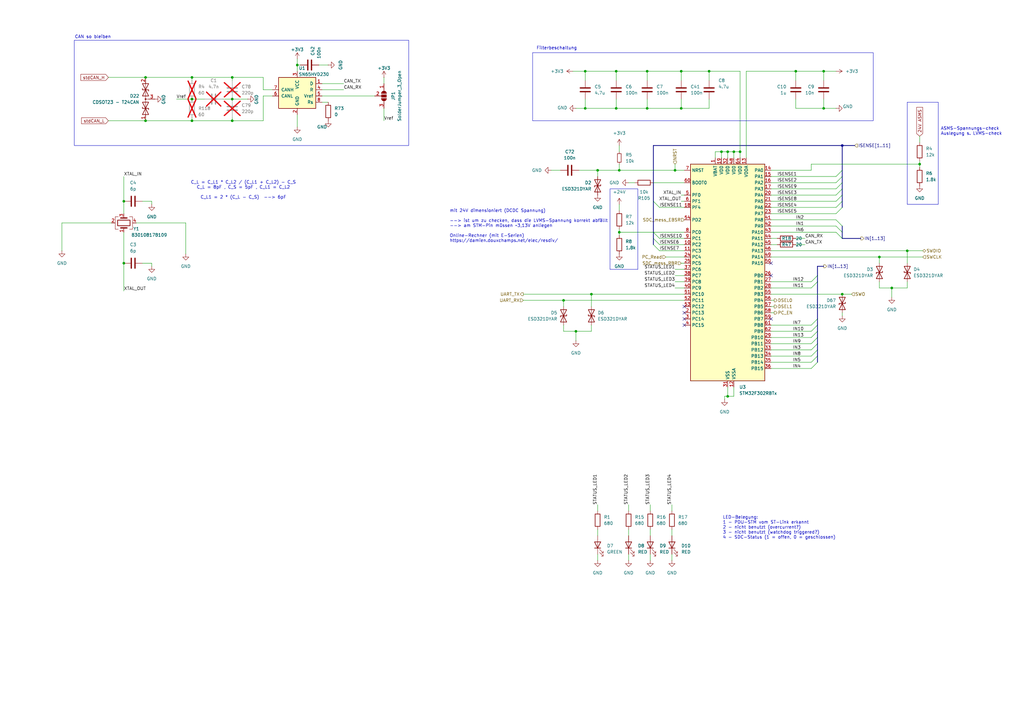
<source format=kicad_sch>
(kicad_sch
	(version 20250114)
	(generator "eeschema")
	(generator_version "9.0")
	(uuid "aa933140-9f4b-4735-968c-43a62bfa3dd4")
	(paper "A3")
	(title_block
		(title "PDU FT25")
		(date "2025-01-15")
		(rev "V1.2")
		(company "Janek Herm")
		(comment 1 "FaSTTUBe Electronics")
	)
	
	(rectangle
		(start 30.48 16.51)
		(end 167.64 59.69)
		(stroke
			(width 0)
			(type default)
		)
		(fill
			(type none)
		)
		(uuid 30858d57-1cd2-4652-9a2a-71ae176ca307)
	)
	(rectangle
		(start 218.44 21.59)
		(end 358.14 49.53)
		(stroke
			(width 0)
			(type default)
		)
		(fill
			(type none)
		)
		(uuid 3681c90d-221f-46a9-accf-7ed7e4e2ed01)
	)
	(rectangle
		(start 372.11 41.91)
		(end 384.81 83.82)
		(stroke
			(width 0)
			(type default)
		)
		(fill
			(type none)
		)
		(uuid 5c2a6861-2558-43a8-9a0a-b3b4c549021a)
	)
	(rectangle
		(start 250.19 77.47)
		(end 261.62 110.49)
		(stroke
			(width 0)
			(type default)
		)
		(fill
			(type none)
		)
		(uuid 848af244-80b1-4e0e-8425-e5409fe46a43)
	)
	(text "C_L = C_L1 * C_L2 / (C_L1 + C_L2) - C_S\nC_L = 8pF , C_S = 5pF , C_L1 = C_L2\n\nC_L1 = 2 * (C_L - C_S)  --> 6pF"
		(exclude_from_sim no)
		(at 99.822 77.978 0)
		(effects
			(font
				(size 1.27 1.27)
			)
		)
		(uuid "1a8b17d6-89bd-48cd-9901-ea195dcd40b5")
	)
	(text "mit 24V dimensioniert (DCDC Spannung)\n\n--> ist um zu checken, dass die LVMS-Spannung korrekt abfällt\n--> am STM-Pin müssen ~3,13V anliegen\n\nOnline-Rechner (mit E-Serien)\nhttps://damien.douxchamps.net/elec/resdiv/"
		(exclude_from_sim no)
		(at 184.404 99.568 0)
		(effects
			(font
				(size 1.27 1.27)
			)
			(justify left bottom)
		)
		(uuid "367d726a-97e8-460e-bab0-87c8df58516c")
	)
	(text "LED-Belegung:\n1 - PDU-STM vom ST-Link erkannt\n2 - nicht benutzt (overcurrent?)\n3 - nicht benutzt (watchdog triggered?)\n4 - SDC-Status (1 = offen, 0 = geschlossen)"
		(exclude_from_sim no)
		(at 296.418 216.408 0)
		(effects
			(font
				(size 1.27 1.27)
			)
			(justify left)
		)
		(uuid "835b9fc7-013a-4810-82d1-557c1aa0c6b6")
	)
	(text "Filterbeschaltung"
		(exclude_from_sim no)
		(at 228.346 19.812 0)
		(effects
			(font
				(size 1.27 1.27)
				(thickness 0.1588)
			)
		)
		(uuid "9714d113-96a5-4f77-b0d7-d684f5bcbafd")
	)
	(text "ASMS-Spannungs-check\nAuslegung s. LVMS-check"
		(exclude_from_sim no)
		(at 385.826 53.848 0)
		(effects
			(font
				(size 1.27 1.27)
				(thickness 0.1588)
			)
			(justify left)
		)
		(uuid "a1440ace-dd70-473f-8221-426421028564")
	)
	(text "CAN so bleiben"
		(exclude_from_sim no)
		(at 38.1 15.24 0)
		(effects
			(font
				(size 1.27 1.27)
				(thickness 0.1588)
			)
		)
		(uuid "e9ee57ec-626f-42b3-8e6c-88928a6b9132")
	)
	(junction
		(at 372.11 102.87)
		(diameter 0)
		(color 0 0 0 0)
		(uuid "011fb3dc-49db-4df5-b559-38f85c6453d7")
	)
	(junction
		(at 240.03 29.21)
		(diameter 0)
		(color 0 0 0 0)
		(uuid "1c1561dd-db1e-4379-88cb-32c62072201a")
	)
	(junction
		(at 95.25 31.75)
		(diameter 0)
		(color 0 0 0 0)
		(uuid "2909134b-3d57-4d2d-930f-c2f46d76c54e")
	)
	(junction
		(at 377.19 67.31)
		(diameter 0)
		(color 0 0 0 0)
		(uuid "311f828e-ff1f-4cf4-b987-2f4449bd4082")
	)
	(junction
		(at 95.25 49.53)
		(diameter 0)
		(color 0 0 0 0)
		(uuid "32bc5ba3-b62b-42dc-82e3-cb95cb6a2278")
	)
	(junction
		(at 345.44 59.69)
		(diameter 0)
		(color 0 0 0 0)
		(uuid "336ecfe3-4b6c-4c03-ad58-6e9f8ed49a93")
	)
	(junction
		(at 50.8 107.95)
		(diameter 0)
		(color 0 0 0 0)
		(uuid "3f0abc7e-c41f-457d-9166-5787dc6750ec")
	)
	(junction
		(at 78.74 40.64)
		(diameter 0)
		(color 0 0 0 0)
		(uuid "470305e6-4469-423b-a0b1-e2953ae99fd0")
	)
	(junction
		(at 298.45 162.56)
		(diameter 0)
		(color 0 0 0 0)
		(uuid "4a042d06-5575-481b-9363-db3682fcd0d8")
	)
	(junction
		(at 300.99 62.23)
		(diameter 0)
		(color 0 0 0 0)
		(uuid "4a5d67a8-f458-4ca3-8b92-21a112e0f4b4")
	)
	(junction
		(at 345.44 120.65)
		(diameter 0)
		(color 0 0 0 0)
		(uuid "5313608d-9ab5-48e5-82e8-55e235e03479")
	)
	(junction
		(at 337.82 44.45)
		(diameter 0)
		(color 0 0 0 0)
		(uuid "60d16c02-84b1-46a4-a9a4-92263b8dcb49")
	)
	(junction
		(at 231.14 123.19)
		(diameter 0)
		(color 0 0 0 0)
		(uuid "626ea7c1-1f42-4e13-92ec-5605ebdee387")
	)
	(junction
		(at 265.43 29.21)
		(diameter 0)
		(color 0 0 0 0)
		(uuid "67916b88-e6d0-4b5a-9f27-3bf6035e0635")
	)
	(junction
		(at 240.03 44.45)
		(diameter 0)
		(color 0 0 0 0)
		(uuid "7b12ecee-0c67-4465-8158-f60ce921a82f")
	)
	(junction
		(at 59.69 49.53)
		(diameter 0)
		(color 0 0 0 0)
		(uuid "7d48d275-4def-49ef-b085-5aa0c138e2f0")
	)
	(junction
		(at 326.39 29.21)
		(diameter 0)
		(color 0 0 0 0)
		(uuid "8065c336-233f-4333-8fb9-b0cf210d8d84")
	)
	(junction
		(at 252.73 29.21)
		(diameter 0)
		(color 0 0 0 0)
		(uuid "81124fb1-9228-4404-b2ec-46da02e0191c")
	)
	(junction
		(at 365.76 118.11)
		(diameter 0)
		(color 0 0 0 0)
		(uuid "82270b0f-876d-4834-8031-39dfa01b2c6f")
	)
	(junction
		(at 303.53 62.23)
		(diameter 0)
		(color 0 0 0 0)
		(uuid "92181147-f6d9-4a30-9e52-285e8f653835")
	)
	(junction
		(at 78.74 31.75)
		(diameter 0)
		(color 0 0 0 0)
		(uuid "952a4c72-7ac6-4c90-b284-d228a11ad936")
	)
	(junction
		(at 242.57 120.65)
		(diameter 0)
		(color 0 0 0 0)
		(uuid "95a581c5-e4bd-45c4-96a0-197a7042ffb5")
	)
	(junction
		(at 295.91 62.23)
		(diameter 0)
		(color 0 0 0 0)
		(uuid "9d39e635-6ccb-4356-8a35-e6683e33abc6")
	)
	(junction
		(at 265.43 44.45)
		(diameter 0)
		(color 0 0 0 0)
		(uuid "a024b72b-5e3f-46fb-a2e4-a5878e8a88f4")
	)
	(junction
		(at 254 95.25)
		(diameter 0)
		(color 0 0 0 0)
		(uuid "aaccc812-c088-498a-befd-eb96b122b5fd")
	)
	(junction
		(at 276.86 69.85)
		(diameter 0)
		(color 0 0 0 0)
		(uuid "bb8bbc0e-59ca-4c70-96e1-574d2a709031")
	)
	(junction
		(at 236.22 135.89)
		(diameter 0)
		(color 0 0 0 0)
		(uuid "bbf3a917-6a04-4fd5-b852-be679d151fde")
	)
	(junction
		(at 290.83 29.21)
		(diameter 0)
		(color 0 0 0 0)
		(uuid "c3804580-880e-42ec-9ac0-0d99145ce20d")
	)
	(junction
		(at 252.73 44.45)
		(diameter 0)
		(color 0 0 0 0)
		(uuid "cb8dda75-074d-4c4c-adc1-368befa4d039")
	)
	(junction
		(at 59.69 31.75)
		(diameter 0)
		(color 0 0 0 0)
		(uuid "d75b7bf1-045e-4ebc-ba5e-d28f4f4c79ce")
	)
	(junction
		(at 245.11 69.85)
		(diameter 0)
		(color 0 0 0 0)
		(uuid "dfeaeceb-2205-4019-aa61-2b137b393fbc")
	)
	(junction
		(at 254 69.85)
		(diameter 0)
		(color 0 0 0 0)
		(uuid "e2b50f20-59e9-4842-97d3-a31cc6b12de2")
	)
	(junction
		(at 121.92 26.67)
		(diameter 0)
		(color 0 0 0 0)
		(uuid "e2d03ef5-6f0d-42ac-b206-09a65441fc7c")
	)
	(junction
		(at 78.74 49.53)
		(diameter 0)
		(color 0 0 0 0)
		(uuid "e3bee0d1-ee56-45a2-b990-12f34ff6079d")
	)
	(junction
		(at 360.68 105.41)
		(diameter 0)
		(color 0 0 0 0)
		(uuid "efedf725-2801-4356-be55-6b5641a8266e")
	)
	(junction
		(at 95.25 40.64)
		(diameter 0)
		(color 0 0 0 0)
		(uuid "effeb44b-6653-4665-8798-a89e5d31ce18")
	)
	(junction
		(at 337.82 29.21)
		(diameter 0)
		(color 0 0 0 0)
		(uuid "f3432773-749d-40c3-8aa7-240cc93fb599")
	)
	(junction
		(at 298.45 62.23)
		(diameter 0)
		(color 0 0 0 0)
		(uuid "f5034439-030d-403b-8d95-4d009b618e77")
	)
	(junction
		(at 279.4 44.45)
		(diameter 0)
		(color 0 0 0 0)
		(uuid "f79ecdf7-8915-4abb-bd2a-27ce32ad523f")
	)
	(junction
		(at 50.8 82.55)
		(diameter 0)
		(color 0 0 0 0)
		(uuid "fae630a0-039d-4377-924c-fa0472bec5a4")
	)
	(junction
		(at 279.4 29.21)
		(diameter 0)
		(color 0 0 0 0)
		(uuid "fc270b45-755a-4224-a4f1-a9ea4d6490f5")
	)
	(no_connect
		(at 280.67 125.73)
		(uuid "3d18cbec-9d6d-4b25-acd5-d8fdd5b8b0be")
	)
	(no_connect
		(at 280.67 133.35)
		(uuid "7856be83-4d7c-4af7-b194-20664f9d8832")
	)
	(no_connect
		(at 316.23 113.03)
		(uuid "8dac3224-e958-4a1c-876d-20be0b6c8628")
	)
	(no_connect
		(at 316.23 107.95)
		(uuid "8f06113e-c45d-4956-805b-218f9b13b4e8")
	)
	(no_connect
		(at 280.67 128.27)
		(uuid "abe8cae8-24bc-414c-8ea6-b1e7e6ab6cd4")
	)
	(no_connect
		(at 316.23 130.81)
		(uuid "f3edb4bb-b4ce-4188-b8ef-5f275d15386e")
	)
	(no_connect
		(at 280.67 130.81)
		(uuid "f93ca5e0-132f-4681-a72f-4e69937e5453")
	)
	(bus_entry
		(at 342.9 74.93)
		(size 2.54 -2.54)
		(stroke
			(width 0)
			(type default)
		)
		(uuid "0f44c7bf-42fb-4027-bf20-709ad1aa704a")
	)
	(bus_entry
		(at 332.74 143.51)
		(size 2.54 -2.54)
		(stroke
			(width 0)
			(type default)
		)
		(uuid "1a8c4578-18d3-4d5b-9d91-abbaf03e9138")
	)
	(bus_entry
		(at 342.9 82.55)
		(size 2.54 -2.54)
		(stroke
			(width 0)
			(type default)
		)
		(uuid "3746bdc5-d4d0-444e-a59d-ea02833a6a65")
	)
	(bus_entry
		(at 342.9 72.39)
		(size 2.54 -2.54)
		(stroke
			(width 0)
			(type default)
		)
		(uuid "3945f06b-623d-49c3-983b-f40b5edec678")
	)
	(bus_entry
		(at 342.9 87.63)
		(size 2.54 -2.54)
		(stroke
			(width 0)
			(type default)
		)
		(uuid "3ff9cecd-8190-4579-b1d8-07f660d68860")
	)
	(bus_entry
		(at 267.97 82.55)
		(size 2.54 2.54)
		(stroke
			(width 0)
			(type default)
		)
		(uuid "415918d5-945d-46a2-bcb2-58c2ce3f6977")
	)
	(bus_entry
		(at 332.74 118.11)
		(size 2.54 -2.54)
		(stroke
			(width 0)
			(type default)
		)
		(uuid "4957f270-e681-45e8-a176-90f5101326f9")
	)
	(bus_entry
		(at 342.9 77.47)
		(size 2.54 -2.54)
		(stroke
			(width 0)
			(type default)
		)
		(uuid "4c8b6feb-847b-42b4-8753-f006923bda77")
	)
	(bus_entry
		(at 342.9 95.25)
		(size 2.54 2.54)
		(stroke
			(width 0)
			(type default)
		)
		(uuid "52c108e7-42d8-40ea-9646-fd41e1b7635a")
	)
	(bus_entry
		(at 332.74 133.35)
		(size 2.54 -2.54)
		(stroke
			(width 0)
			(type default)
		)
		(uuid "56b096de-f889-42c6-a376-cc718212d028")
	)
	(bus_entry
		(at 332.74 140.97)
		(size 2.54 -2.54)
		(stroke
			(width 0)
			(type default)
		)
		(uuid "579023c9-aee9-4289-bcef-52162fcd86e4")
	)
	(bus_entry
		(at 342.9 90.17)
		(size 2.54 2.54)
		(stroke
			(width 0)
			(type default)
		)
		(uuid "5a9829a9-2752-40b1-90db-78e699e955aa")
	)
	(bus_entry
		(at 270.51 100.33)
		(size -2.54 -2.54)
		(stroke
			(width 0)
			(type default)
		)
		(uuid "64135b90-3a0c-4804-9fde-547c8272c55d")
	)
	(bus_entry
		(at 270.51 97.79)
		(size -2.54 -2.54)
		(stroke
			(width 0)
			(type default)
		)
		(uuid "6719ffa9-6a4f-44fe-8a9a-c324cb13ff44")
	)
	(bus_entry
		(at 342.9 92.71)
		(size 2.54 2.54)
		(stroke
			(width 0)
			(type default)
		)
		(uuid "6d55b9a8-3776-4f25-929e-c56e410e4a49")
	)
	(bus_entry
		(at 332.74 115.57)
		(size 2.54 -2.54)
		(stroke
			(width 0)
			(type default)
		)
		(uuid "7447557f-810c-4ffc-b3cf-e8a8b88576b2")
	)
	(bus_entry
		(at 270.51 102.87)
		(size -2.54 -2.54)
		(stroke
			(width 0)
			(type default)
		)
		(uuid "7ed18590-037b-413d-a1f3-a02291ce0ea9")
	)
	(bus_entry
		(at 332.74 148.59)
		(size 2.54 -2.54)
		(stroke
			(width 0)
			(type default)
		)
		(uuid "808fcb53-b6eb-4126-b4a3-839040796060")
	)
	(bus_entry
		(at 332.74 138.43)
		(size 2.54 -2.54)
		(stroke
			(width 0)
			(type default)
		)
		(uuid "90d7f3a5-58af-4177-955c-92363bd0700d")
	)
	(bus_entry
		(at 332.74 151.13)
		(size 2.54 -2.54)
		(stroke
			(width 0)
			(type default)
		)
		(uuid "96e2509f-440b-4476-a949-5afab6fe1157")
	)
	(bus_entry
		(at 342.9 80.01)
		(size 2.54 -2.54)
		(stroke
			(width 0)
			(type default)
		)
		(uuid "b0a68681-9431-48bb-8eb2-62215f344ead")
	)
	(bus_entry
		(at 342.9 85.09)
		(size 2.54 -2.54)
		(stroke
			(width 0)
			(type default)
		)
		(uuid "ea1a9b47-f76d-4abc-b8f5-fd23807434c3")
	)
	(bus_entry
		(at 332.74 146.05)
		(size 2.54 -2.54)
		(stroke
			(width 0)
			(type default)
		)
		(uuid "f601e2f6-d62a-4439-b759-53677e622b58")
	)
	(bus_entry
		(at 332.74 135.89)
		(size 2.54 -2.54)
		(stroke
			(width 0)
			(type default)
		)
		(uuid "fb76438c-e197-4f72-9ef1-1130912a6e42")
	)
	(wire
		(pts
			(xy 58.42 107.95) (xy 62.23 107.95)
		)
		(stroke
			(width 0)
			(type default)
		)
		(uuid "01bc861b-b165-42ff-8c3b-1565fa96b6cb")
	)
	(wire
		(pts
			(xy 377.19 58.42) (xy 377.19 55.88)
		)
		(stroke
			(width 0)
			(type default)
		)
		(uuid "02d18d42-d97e-4718-876a-30117100b9d9")
	)
	(wire
		(pts
			(xy 279.4 44.45) (xy 290.83 44.45)
		)
		(stroke
			(width 0)
			(type default)
		)
		(uuid "04342634-bf56-4170-94fb-99898055f07c")
	)
	(wire
		(pts
			(xy 121.92 26.67) (xy 123.19 26.67)
		)
		(stroke
			(width 0)
			(type default)
		)
		(uuid "04624f39-4f16-4cd8-945f-0c0f280b88d6")
	)
	(wire
		(pts
			(xy 111.76 36.83) (xy 107.95 36.83)
		)
		(stroke
			(width 0)
			(type default)
		)
		(uuid "04ce5f16-006c-484e-9448-6f35bc303ded")
	)
	(wire
		(pts
			(xy 298.45 64.77) (xy 298.45 62.23)
		)
		(stroke
			(width 0)
			(type default)
		)
		(uuid "0635cc89-ab21-411b-b2fb-734cbbdf8e6c")
	)
	(wire
		(pts
			(xy 72.39 40.64) (xy 78.74 40.64)
		)
		(stroke
			(width 0)
			(type default)
		)
		(uuid "067e1c89-22ea-4cd0-ac58-970449aa4157")
	)
	(wire
		(pts
			(xy 360.68 118.11) (xy 365.76 118.11)
		)
		(stroke
			(width 0)
			(type default)
		)
		(uuid "06af84a9-4fe0-46df-a673-fdffb9ae579b")
	)
	(wire
		(pts
			(xy 265.43 44.45) (xy 279.4 44.45)
		)
		(stroke
			(width 0)
			(type default)
		)
		(uuid "06cd50e4-a84d-4173-93ad-9c195c5ec8b1")
	)
	(wire
		(pts
			(xy 132.08 36.83) (xy 140.97 36.83)
		)
		(stroke
			(width 0)
			(type default)
		)
		(uuid "07d36fce-b92d-4ebb-924c-b0c58b3ef7ca")
	)
	(wire
		(pts
			(xy 254 95.25) (xy 267.97 95.25)
		)
		(stroke
			(width 0)
			(type default)
		)
		(uuid "08e5a2d8-f52d-4e51-88ae-1aa4173a3966")
	)
	(wire
		(pts
			(xy 326.39 100.33) (xy 330.2 100.33)
		)
		(stroke
			(width 0)
			(type default)
		)
		(uuid "09722ccd-1166-497f-a94c-e44e9be372b5")
	)
	(wire
		(pts
			(xy 293.37 62.23) (xy 295.91 62.23)
		)
		(stroke
			(width 0)
			(type default)
		)
		(uuid "0ad49cbe-2a59-4aad-8360-58993f3de25e")
	)
	(wire
		(pts
			(xy 273.05 105.41) (xy 280.67 105.41)
		)
		(stroke
			(width 0)
			(type default)
		)
		(uuid "0bc28ca4-8f1e-4623-ac18-3bdbbf65d63a")
	)
	(wire
		(pts
			(xy 266.7 207.01) (xy 266.7 209.55)
		)
		(stroke
			(width 0)
			(type default)
		)
		(uuid "0bf4fa6e-f353-4c5b-89b0-744fdf8daf9d")
	)
	(wire
		(pts
			(xy 78.74 31.75) (xy 78.74 33.02)
		)
		(stroke
			(width 0)
			(type default)
		)
		(uuid "0ea186d4-0575-4211-a5c2-c47d1a397213")
	)
	(bus
		(pts
			(xy 345.44 92.71) (xy 345.44 95.25)
		)
		(stroke
			(width 0)
			(type default)
		)
		(uuid "11f67c83-3ffd-46d0-aec1-8c99a833f6e3")
	)
	(wire
		(pts
			(xy 240.03 44.45) (xy 252.73 44.45)
		)
		(stroke
			(width 0)
			(type default)
		)
		(uuid "1231f68a-96d2-44b7-8d3c-b74c91867cc1")
	)
	(wire
		(pts
			(xy 78.74 48.26) (xy 78.74 49.53)
		)
		(stroke
			(width 0)
			(type default)
		)
		(uuid "129613d9-101d-4f0c-8d4a-a64ce9206fbe")
	)
	(wire
		(pts
			(xy 252.73 29.21) (xy 265.43 29.21)
		)
		(stroke
			(width 0)
			(type default)
		)
		(uuid "1351a6f2-d547-4c92-a7bd-fc66aa2b7b1c")
	)
	(wire
		(pts
			(xy 242.57 133.35) (xy 242.57 135.89)
		)
		(stroke
			(width 0)
			(type default)
		)
		(uuid "1465ca23-40a4-46ec-b0f8-03f7ee145ad2")
	)
	(wire
		(pts
			(xy 132.08 41.91) (xy 134.62 41.91)
		)
		(stroke
			(width 0)
			(type default)
		)
		(uuid "14f3c7a6-d742-4322-bb88-1c8b862b32bd")
	)
	(wire
		(pts
			(xy 316.23 85.09) (xy 342.9 85.09)
		)
		(stroke
			(width 0)
			(type default)
		)
		(uuid "1563780a-b8ea-48ce-ab08-85a32f8ef187")
	)
	(wire
		(pts
			(xy 50.8 72.39) (xy 50.8 82.55)
		)
		(stroke
			(width 0)
			(type default)
		)
		(uuid "156a91e1-7575-43e4-ad21-502973462c11")
	)
	(wire
		(pts
			(xy 231.14 135.89) (xy 231.14 133.35)
		)
		(stroke
			(width 0)
			(type default)
		)
		(uuid "157e1d50-e501-4dc1-82d3-3f6de57d9811")
	)
	(wire
		(pts
			(xy 242.57 120.65) (xy 280.67 120.65)
		)
		(stroke
			(width 0)
			(type default)
		)
		(uuid "1c82b389-0ccd-411f-b0dd-64169c5ee93b")
	)
	(wire
		(pts
			(xy 270.51 85.09) (xy 280.67 85.09)
		)
		(stroke
			(width 0)
			(type default)
		)
		(uuid "1ddaf174-0c95-486d-ba76-21612d5dfbc2")
	)
	(wire
		(pts
			(xy 245.11 227.33) (xy 245.11 229.87)
		)
		(stroke
			(width 0)
			(type default)
		)
		(uuid "1f718422-99da-4137-9d23-e032c03b928c")
	)
	(wire
		(pts
			(xy 78.74 49.53) (xy 95.25 49.53)
		)
		(stroke
			(width 0)
			(type default)
		)
		(uuid "20098200-20b7-498b-9c5a-1c253e7e5f5b")
	)
	(bus
		(pts
			(xy 345.44 69.85) (xy 345.44 72.39)
		)
		(stroke
			(width 0)
			(type default)
		)
		(uuid "2251dd67-3d1a-45bd-95a7-174c40e8a15b")
	)
	(wire
		(pts
			(xy 55.88 91.44) (xy 76.2 91.44)
		)
		(stroke
			(width 0)
			(type default)
		)
		(uuid "237a38f9-6614-4bbc-b48b-aa6c4183ece0")
	)
	(wire
		(pts
			(xy 377.19 66.04) (xy 377.19 67.31)
		)
		(stroke
			(width 0)
			(type default)
		)
		(uuid "242ca8e3-8ac4-4d29-8295-d68ee03413d1")
	)
	(wire
		(pts
			(xy 372.11 102.87) (xy 378.46 102.87)
		)
		(stroke
			(width 0)
			(type default)
		)
		(uuid "24abb6d5-4626-4519-b279-895ef4faf25c")
	)
	(wire
		(pts
			(xy 121.92 24.13) (xy 121.92 26.67)
		)
		(stroke
			(width 0)
			(type default)
		)
		(uuid "253308ce-4f34-45f1-a309-15a60f1e19ef")
	)
	(bus
		(pts
			(xy 335.28 130.81) (xy 335.28 133.35)
		)
		(stroke
			(width 0)
			(type default)
		)
		(uuid "25755da5-b2ff-4cff-8bc2-24cd8eade220")
	)
	(bus
		(pts
			(xy 345.44 74.93) (xy 345.44 77.47)
		)
		(stroke
			(width 0)
			(type default)
		)
		(uuid "262d263f-f433-4679-862b-308035de0a2b")
	)
	(wire
		(pts
			(xy 377.19 67.31) (xy 377.19 68.58)
		)
		(stroke
			(width 0)
			(type default)
		)
		(uuid "26bc09cc-8c0a-4375-86fc-e47074c1f63b")
	)
	(wire
		(pts
			(xy 44.45 49.53) (xy 59.69 49.53)
		)
		(stroke
			(width 0)
			(type default)
		)
		(uuid "274e5ee3-d781-4532-b53c-05387a81ff92")
	)
	(wire
		(pts
			(xy 316.23 118.11) (xy 332.74 118.11)
		)
		(stroke
			(width 0)
			(type default)
		)
		(uuid "2887116b-bea2-468f-885b-5166edebab89")
	)
	(wire
		(pts
			(xy 95.25 48.26) (xy 95.25 49.53)
		)
		(stroke
			(width 0)
			(type default)
		)
		(uuid "2c36341c-e8ad-4c3f-828b-51d06c455951")
	)
	(wire
		(pts
			(xy 231.14 123.19) (xy 231.14 125.73)
		)
		(stroke
			(width 0)
			(type default)
		)
		(uuid "2c550914-75dd-41a4-85f1-6281fd0a4d4b")
	)
	(wire
		(pts
			(xy 297.18 162.56) (xy 297.18 163.83)
		)
		(stroke
			(width 0)
			(type default)
		)
		(uuid "2e6a84cd-4428-4a5b-8eac-d5d5a9e09196")
	)
	(wire
		(pts
			(xy 265.43 44.45) (xy 252.73 44.45)
		)
		(stroke
			(width 0)
			(type default)
		)
		(uuid "30049d16-312a-40c3-b4e3-d52ec94734e7")
	)
	(bus
		(pts
			(xy 335.28 146.05) (xy 335.28 148.59)
		)
		(stroke
			(width 0)
			(type default)
		)
		(uuid "309f5f35-3328-4fa8-b4c3-460525690a03")
	)
	(wire
		(pts
			(xy 316.23 72.39) (xy 342.9 72.39)
		)
		(stroke
			(width 0)
			(type default)
		)
		(uuid "31d32d8b-498b-4e2e-a65c-ff11263582c5")
	)
	(wire
		(pts
			(xy 254 86.36) (xy 254 83.82)
		)
		(stroke
			(width 0)
			(type default)
		)
		(uuid "336dd7a3-3351-448e-a2f7-0a868d778216")
	)
	(wire
		(pts
			(xy 236.22 135.89) (xy 236.22 139.7)
		)
		(stroke
			(width 0)
			(type default)
		)
		(uuid "3391f9c0-1432-4401-8274-c3c771b182a4")
	)
	(bus
		(pts
			(xy 267.97 95.25) (xy 267.97 97.79)
		)
		(stroke
			(width 0)
			(type default)
		)
		(uuid "33f73685-2792-44e9-b5b0-05bbf7fcddaf")
	)
	(wire
		(pts
			(xy 266.7 217.17) (xy 266.7 219.71)
		)
		(stroke
			(width 0)
			(type default)
		)
		(uuid "34478a33-d1b1-4338-b1b6-16785ed628a0")
	)
	(bus
		(pts
			(xy 345.44 59.69) (xy 345.44 69.85)
		)
		(stroke
			(width 0)
			(type default)
		)
		(uuid "35dec71b-26c6-47fc-8b49-5e8e283a85f2")
	)
	(wire
		(pts
			(xy 270.51 100.33) (xy 280.67 100.33)
		)
		(stroke
			(width 0)
			(type default)
		)
		(uuid "374ea217-4be8-4b55-9567-a3387401ee1c")
	)
	(wire
		(pts
			(xy 342.9 44.45) (xy 337.82 44.45)
		)
		(stroke
			(width 0)
			(type default)
		)
		(uuid "380ed02c-02ec-493d-8e7a-a4d524cb20de")
	)
	(wire
		(pts
			(xy 316.23 138.43) (xy 332.74 138.43)
		)
		(stroke
			(width 0)
			(type default)
		)
		(uuid "3a208043-40df-48e3-96d8-2487d26fc72c")
	)
	(wire
		(pts
			(xy 236.22 44.45) (xy 240.03 44.45)
		)
		(stroke
			(width 0)
			(type default)
		)
		(uuid "3ad73296-22dc-403c-848b-592e5ee820e8")
	)
	(wire
		(pts
			(xy 280.67 118.11) (xy 276.86 118.11)
		)
		(stroke
			(width 0)
			(type default)
		)
		(uuid "3bf0defa-f434-4da3-9852-926b797769df")
	)
	(wire
		(pts
			(xy 306.07 29.21) (xy 326.39 29.21)
		)
		(stroke
			(width 0)
			(type default)
		)
		(uuid "3cf2ceea-35e9-4eb7-a160-b660911651bb")
	)
	(wire
		(pts
			(xy 267.97 95.25) (xy 280.67 95.25)
		)
		(stroke
			(width 0)
			(type default)
		)
		(uuid "3d16aa63-6a30-475f-8032-7202d08f3907")
	)
	(wire
		(pts
			(xy 316.23 133.35) (xy 332.74 133.35)
		)
		(stroke
			(width 0)
			(type default)
		)
		(uuid "3e4b90b5-23af-4990-a30f-addd83c93519")
	)
	(wire
		(pts
			(xy 316.23 92.71) (xy 342.9 92.71)
		)
		(stroke
			(width 0)
			(type default)
		)
		(uuid "3f3265f9-c18a-4c90-9076-96d9d1762ce8")
	)
	(wire
		(pts
			(xy 303.53 62.23) (xy 303.53 29.21)
		)
		(stroke
			(width 0)
			(type default)
		)
		(uuid "3fbf1dcd-d369-4d97-86e5-0d64166f1695")
	)
	(wire
		(pts
			(xy 111.76 39.37) (xy 107.95 39.37)
		)
		(stroke
			(width 0)
			(type default)
		)
		(uuid "433a9bd0-c4d3-45af-9bb9-a8a1648b5d0a")
	)
	(wire
		(pts
			(xy 44.45 31.75) (xy 59.69 31.75)
		)
		(stroke
			(width 0)
			(type default)
		)
		(uuid "4412c598-e00c-403a-a5e8-1df1ebe79e2c")
	)
	(bus
		(pts
			(xy 345.44 77.47) (xy 345.44 80.01)
		)
		(stroke
			(width 0)
			(type default)
		)
		(uuid "446d3b8a-b184-43ef-a483-c9827ee7e5e8")
	)
	(wire
		(pts
			(xy 279.4 29.21) (xy 290.83 29.21)
		)
		(stroke
			(width 0)
			(type default)
		)
		(uuid "44b7664b-4334-4003-b151-630ab004c928")
	)
	(wire
		(pts
			(xy 372.11 118.11) (xy 365.76 118.11)
		)
		(stroke
			(width 0)
			(type default)
		)
		(uuid "4800bad9-6f06-4d3c-bf38-d17eb414de1d")
	)
	(wire
		(pts
			(xy 134.62 26.67) (xy 130.81 26.67)
		)
		(stroke
			(width 0)
			(type default)
		)
		(uuid "488018a1-c63c-4e72-9bd5-1976cce0172a")
	)
	(wire
		(pts
			(xy 316.23 115.57) (xy 332.74 115.57)
		)
		(stroke
			(width 0)
			(type default)
		)
		(uuid "49c8365a-ca95-400b-ad63-9129e1136d9e")
	)
	(wire
		(pts
			(xy 300.99 64.77) (xy 300.99 62.23)
		)
		(stroke
			(width 0)
			(type default)
		)
		(uuid "4a81f28c-0a6a-4076-8b7b-e8bba29c0ade")
	)
	(wire
		(pts
			(xy 360.68 105.41) (xy 378.46 105.41)
		)
		(stroke
			(width 0)
			(type default)
		)
		(uuid "4b0fb995-16e8-4924-9090-aa604e816928")
	)
	(wire
		(pts
			(xy 265.43 40.64) (xy 265.43 44.45)
		)
		(stroke
			(width 0)
			(type default)
		)
		(uuid "4b690891-d34d-4a2c-b54b-a2bcf5e0cc9f")
	)
	(bus
		(pts
			(xy 267.97 59.69) (xy 267.97 82.55)
		)
		(stroke
			(width 0)
			(type default)
		)
		(uuid "4ba8ccba-e453-4230-9b0a-2d1e0788caac")
	)
	(wire
		(pts
			(xy 78.74 40.64) (xy 83.82 40.64)
		)
		(stroke
			(width 0)
			(type default)
		)
		(uuid "4bd024fb-1685-452e-a6bf-c127e24ffee7")
	)
	(wire
		(pts
			(xy 280.67 113.03) (xy 276.86 113.03)
		)
		(stroke
			(width 0)
			(type default)
		)
		(uuid "4d686276-809a-44e4-b3e6-33295a39cb5e")
	)
	(wire
		(pts
			(xy 316.23 105.41) (xy 360.68 105.41)
		)
		(stroke
			(width 0)
			(type default)
		)
		(uuid "5041efb4-b0cd-4bdc-8e62-0fcb005a0b74")
	)
	(wire
		(pts
			(xy 59.69 49.53) (xy 78.74 49.53)
		)
		(stroke
			(width 0)
			(type default)
		)
		(uuid "506edc40-1449-4a7b-a3df-6fc0e696fc78")
	)
	(wire
		(pts
			(xy 345.44 120.65) (xy 349.25 120.65)
		)
		(stroke
			(width 0)
			(type default)
		)
		(uuid "5142e485-75a2-4b99-8639-39b54d2807f6")
	)
	(wire
		(pts
			(xy 316.23 74.93) (xy 342.9 74.93)
		)
		(stroke
			(width 0)
			(type default)
		)
		(uuid "51c6b7a0-c71a-4d20-abba-9f1e5de5eaa8")
	)
	(wire
		(pts
			(xy 214.63 120.65) (xy 242.57 120.65)
		)
		(stroke
			(width 0)
			(type default)
		)
		(uuid "5207cf23-6b89-48ca-94f2-bc37a24192fc")
	)
	(wire
		(pts
			(xy 267.97 74.93) (xy 280.67 74.93)
		)
		(stroke
			(width 0)
			(type default)
		)
		(uuid "5457882c-466e-435a-a493-eb45347e573f")
	)
	(wire
		(pts
			(xy 254 93.98) (xy 254 95.25)
		)
		(stroke
			(width 0)
			(type default)
		)
		(uuid "5594d980-1253-4a7d-8f92-fa49c6434d84")
	)
	(wire
		(pts
			(xy 275.59 227.33) (xy 275.59 229.87)
		)
		(stroke
			(width 0)
			(type default)
		)
		(uuid "573af0e6-6fab-4c99-875e-6675a452eab1")
	)
	(wire
		(pts
			(xy 290.83 33.02) (xy 290.83 29.21)
		)
		(stroke
			(width 0)
			(type default)
		)
		(uuid "5762d99e-3126-4890-9607-31256a488ae7")
	)
	(wire
		(pts
			(xy 316.23 143.51) (xy 332.74 143.51)
		)
		(stroke
			(width 0)
			(type default)
		)
		(uuid "57c4bab5-a989-445b-aaad-9f7fb046ca6b")
	)
	(wire
		(pts
			(xy 240.03 29.21) (xy 252.73 29.21)
		)
		(stroke
			(width 0)
			(type default)
		)
		(uuid "592440ee-12c4-4be4-984c-ce759230f308")
	)
	(wire
		(pts
			(xy 76.2 91.44) (xy 76.2 104.14)
		)
		(stroke
			(width 0)
			(type default)
		)
		(uuid "5a8b6040-441b-4b5f-9807-5cdf16a26ad5")
	)
	(wire
		(pts
			(xy 254 69.85) (xy 276.86 69.85)
		)
		(stroke
			(width 0)
			(type default)
		)
		(uuid "5bff72cf-84d5-4a35-a479-cee7167288e0")
	)
	(wire
		(pts
			(xy 298.45 162.56) (xy 297.18 162.56)
		)
		(stroke
			(width 0)
			(type default)
		)
		(uuid "5fa66723-a87b-4fd8-a7ed-6a6ee875c26b")
	)
	(bus
		(pts
			(xy 335.28 138.43) (xy 335.28 140.97)
		)
		(stroke
			(width 0)
			(type default)
		)
		(uuid "61312873-5fe1-42fd-9fb3-f775d083cf32")
	)
	(bus
		(pts
			(xy 345.44 80.01) (xy 345.44 82.55)
		)
		(stroke
			(width 0)
			(type default)
		)
		(uuid "63056bca-8aa2-4c61-9c04-4ba2d5dd7eae")
	)
	(wire
		(pts
			(xy 318.77 97.79) (xy 316.23 97.79)
		)
		(stroke
			(width 0)
			(type default)
		)
		(uuid "640e7ef2-ac50-4a3d-b491-720fc4ede5e4")
	)
	(wire
		(pts
			(xy 265.43 29.21) (xy 279.4 29.21)
		)
		(stroke
			(width 0)
			(type default)
		)
		(uuid "66b9af82-6c1b-407a-b830-0a7aa102153f")
	)
	(wire
		(pts
			(xy 245.11 69.85) (xy 254 69.85)
		)
		(stroke
			(width 0)
			(type default)
		)
		(uuid "66fbc815-56c4-4aa8-8b02-e2734d7501f7")
	)
	(wire
		(pts
			(xy 316.23 135.89) (xy 332.74 135.89)
		)
		(stroke
			(width 0)
			(type default)
		)
		(uuid "6b3f2e83-c285-4a0e-812a-970aa35eb8f3")
	)
	(wire
		(pts
			(xy 280.67 115.57) (xy 276.86 115.57)
		)
		(stroke
			(width 0)
			(type default)
		)
		(uuid "6c1e18e5-29de-4d47-831a-a5fba3321085")
	)
	(wire
		(pts
			(xy 276.86 67.31) (xy 276.86 69.85)
		)
		(stroke
			(width 0)
			(type default)
		)
		(uuid "70625563-a097-4b0a-a81d-15bb826a1032")
	)
	(wire
		(pts
			(xy 231.14 123.19) (xy 280.67 123.19)
		)
		(stroke
			(width 0)
			(type default)
		)
		(uuid "71fbcbc7-bf8a-4a19-9647-4c101a51522e")
	)
	(wire
		(pts
			(xy 242.57 120.65) (xy 242.57 125.73)
		)
		(stroke
			(width 0)
			(type default)
		)
		(uuid "73b98dab-d36d-4942-84f4-1c29626f61b6")
	)
	(wire
		(pts
			(xy 316.23 151.13) (xy 332.74 151.13)
		)
		(stroke
			(width 0)
			(type default)
		)
		(uuid "78a1b69a-85ae-4515-a0a1-e32eb2d8856e")
	)
	(wire
		(pts
			(xy 257.81 217.17) (xy 257.81 219.71)
		)
		(stroke
			(width 0)
			(type default)
		)
		(uuid "791a09bf-b5e3-4a76-ab8d-ab77a05166b1")
	)
	(wire
		(pts
			(xy 316.23 120.65) (xy 345.44 120.65)
		)
		(stroke
			(width 0)
			(type default)
		)
		(uuid "7afe081f-ff81-4631-9152-55ea34458800")
	)
	(wire
		(pts
			(xy 275.59 217.17) (xy 275.59 219.71)
		)
		(stroke
			(width 0)
			(type default)
		)
		(uuid "7bccdd04-4201-4262-afdb-1f717b63954d")
	)
	(wire
		(pts
			(xy 365.76 118.11) (xy 365.76 121.92)
		)
		(stroke
			(width 0)
			(type default)
		)
		(uuid "7ce15126-e46f-450a-88cf-bf021729bbd4")
	)
	(wire
		(pts
			(xy 300.99 162.56) (xy 298.45 162.56)
		)
		(stroke
			(width 0)
			(type default)
		)
		(uuid "7d3688bd-ee5d-46b9-bb87-c57b2f2ef841")
	)
	(wire
		(pts
			(xy 372.11 102.87) (xy 372.11 107.95)
		)
		(stroke
			(width 0)
			(type default)
		)
		(uuid "7d8e42e8-1bd0-4296-9880-9fba3a45d953")
	)
	(wire
		(pts
			(xy 157.48 44.45) (xy 157.48 49.53)
		)
		(stroke
			(width 0)
			(type default)
		)
		(uuid "7e2d27f6-8dc6-4db9-a014-b25d12f38c27")
	)
	(wire
		(pts
			(xy 318.77 100.33) (xy 316.23 100.33)
		)
		(stroke
			(width 0)
			(type default)
		)
		(uuid "7e9898dd-c6fc-4604-8d67-25d9df0d3ea7")
	)
	(wire
		(pts
			(xy 316.23 146.05) (xy 332.74 146.05)
		)
		(stroke
			(width 0)
			(type default)
		)
		(uuid "7ef32392-76db-40d3-a157-49cf1b4ba958")
	)
	(wire
		(pts
			(xy 252.73 44.45) (xy 252.73 40.64)
		)
		(stroke
			(width 0)
			(type default)
		)
		(uuid "7f21f788-b78d-4607-b25e-c29c60fd01ee")
	)
	(wire
		(pts
			(xy 332.74 67.31) (xy 377.19 67.31)
		)
		(stroke
			(width 0)
			(type default)
		)
		(uuid "81caabdd-9375-4e6a-b542-c27f630f4e32")
	)
	(wire
		(pts
			(xy 62.23 82.55) (xy 62.23 83.82)
		)
		(stroke
			(width 0)
			(type default)
		)
		(uuid "82d2361f-95f7-4d66-9957-8c501dd28cd9")
	)
	(wire
		(pts
			(xy 245.11 217.17) (xy 245.11 219.71)
		)
		(stroke
			(width 0)
			(type default)
		)
		(uuid "83d840ed-51d0-4a2b-8c4b-8841ec896b9f")
	)
	(wire
		(pts
			(xy 280.67 110.49) (xy 276.86 110.49)
		)
		(stroke
			(width 0)
			(type default)
		)
		(uuid "84ae6afc-bf8f-4321-8fe0-1256ddb2d700")
	)
	(wire
		(pts
			(xy 279.4 80.01) (xy 280.67 80.01)
		)
		(stroke
			(width 0)
			(type default)
		)
		(uuid "84f07f24-75f3-4cc7-b54e-ff3a21911909")
	)
	(wire
		(pts
			(xy 298.45 158.75) (xy 298.45 162.56)
		)
		(stroke
			(width 0)
			(type default)
		)
		(uuid "8505f2cd-1e7f-4f98-99a1-831800ae8140")
	)
	(wire
		(pts
			(xy 316.23 69.85) (xy 332.74 69.85)
		)
		(stroke
			(width 0)
			(type default)
		)
		(uuid "85819cca-689f-47d8-b803-634eac7c9223")
	)
	(wire
		(pts
			(xy 132.08 39.37) (xy 153.67 39.37)
		)
		(stroke
			(width 0)
			(type default)
		)
		(uuid "85e8d5ff-9194-472a-81fe-81f1d2fb2bc7")
	)
	(wire
		(pts
			(xy 279.4 29.21) (xy 279.4 33.02)
		)
		(stroke
			(width 0)
			(type default)
		)
		(uuid "86594fa4-96ef-4b6b-9fb4-99fd99a23170")
	)
	(wire
		(pts
			(xy 226.06 69.85) (xy 229.87 69.85)
		)
		(stroke
			(width 0)
			(type default)
		)
		(uuid "872cc783-8f89-4a31-8d69-30669783acd4")
	)
	(wire
		(pts
			(xy 298.45 62.23) (xy 300.99 62.23)
		)
		(stroke
			(width 0)
			(type default)
		)
		(uuid "87ddc8b3-f1a2-4d1c-91e8-606172ec47d6")
	)
	(wire
		(pts
			(xy 50.8 82.55) (xy 50.8 87.63)
		)
		(stroke
			(width 0)
			(type default)
		)
		(uuid "8cc9c820-3206-4fdf-b06d-d162614afe85")
	)
	(wire
		(pts
			(xy 316.23 95.25) (xy 342.9 95.25)
		)
		(stroke
			(width 0)
			(type default)
		)
		(uuid "8ce71bf8-38df-41cb-ae3c-5807499f1b40")
	)
	(wire
		(pts
			(xy 280.67 69.85) (xy 276.86 69.85)
		)
		(stroke
			(width 0)
			(type default)
		)
		(uuid "8e0c6015-c75f-4b40-8b31-6060fd9d7bdd")
	)
	(wire
		(pts
			(xy 279.4 107.95) (xy 280.67 107.95)
		)
		(stroke
			(width 0)
			(type default)
		)
		(uuid "8fa392b7-0756-449e-89e6-aa2828538152")
	)
	(wire
		(pts
			(xy 257.81 207.01) (xy 257.81 209.55)
		)
		(stroke
			(width 0)
			(type default)
		)
		(uuid "91ab24a6-f08a-4e60-9cc2-e845e9436609")
	)
	(bus
		(pts
			(xy 335.28 133.35) (xy 335.28 135.89)
		)
		(stroke
			(width 0)
			(type default)
		)
		(uuid "93bb8650-5aae-410b-ba61-fa515d094bda")
	)
	(bus
		(pts
			(xy 267.97 59.69) (xy 345.44 59.69)
		)
		(stroke
			(width 0)
			(type default)
		)
		(uuid "96952c6d-506e-454c-b2d9-0948ab51e964")
	)
	(wire
		(pts
			(xy 260.35 74.93) (xy 257.81 74.93)
		)
		(stroke
			(width 0)
			(type default)
		)
		(uuid "96ba8d5b-8e4b-4926-a927-662bccc2db00")
	)
	(wire
		(pts
			(xy 240.03 33.02) (xy 240.03 29.21)
		)
		(stroke
			(width 0)
			(type default)
		)
		(uuid "96ed4aeb-ca18-43ce-b3d5-e2beccf8b493")
	)
	(bus
		(pts
			(xy 345.44 97.79) (xy 353.06 97.79)
		)
		(stroke
			(width 0)
			(type default)
		)
		(uuid "9726ac6b-182f-494a-96a9-8ad92728af28")
	)
	(wire
		(pts
			(xy 326.39 29.21) (xy 326.39 33.02)
		)
		(stroke
			(width 0)
			(type default)
		)
		(uuid "978b63ba-a51c-4bcc-8f6e-ce7e09ee5e8e")
	)
	(wire
		(pts
			(xy 245.11 69.85) (xy 245.11 72.39)
		)
		(stroke
			(width 0)
			(type default)
		)
		(uuid "97a0f518-37d8-4c54-b987-a70e8fcf889b")
	)
	(wire
		(pts
			(xy 295.91 64.77) (xy 295.91 62.23)
		)
		(stroke
			(width 0)
			(type default)
		)
		(uuid "99e28d3a-df39-45d6-a487-b1ca5e388bc1")
	)
	(wire
		(pts
			(xy 231.14 135.89) (xy 236.22 135.89)
		)
		(stroke
			(width 0)
			(type default)
		)
		(uuid "9b516c1e-2bbe-4e34-91fb-0d1eefd4b6ef")
	)
	(wire
		(pts
			(xy 326.39 40.64) (xy 326.39 44.45)
		)
		(stroke
			(width 0)
			(type default)
		)
		(uuid "9ba3c000-1f86-40f5-930e-17a4b93a145a")
	)
	(wire
		(pts
			(xy 300.99 158.75) (xy 300.99 162.56)
		)
		(stroke
			(width 0)
			(type default)
		)
		(uuid "9cc84406-31f7-4d0e-ad67-1f7cf798a249")
	)
	(bus
		(pts
			(xy 345.44 59.69) (xy 350.52 59.69)
		)
		(stroke
			(width 0)
			(type default)
		)
		(uuid "9ccbfe06-845b-49e2-82e7-bbf946473222")
	)
	(wire
		(pts
			(xy 59.69 31.75) (xy 78.74 31.75)
		)
		(stroke
			(width 0)
			(type default)
		)
		(uuid "9d321732-824c-479f-b7f6-8f39ef02dcc3")
	)
	(wire
		(pts
			(xy 62.23 107.95) (xy 62.23 109.22)
		)
		(stroke
			(width 0)
			(type default)
		)
		(uuid "a1cfd154-9e4c-4fa1-ae84-463076066448")
	)
	(wire
		(pts
			(xy 257.81 227.33) (xy 257.81 229.87)
		)
		(stroke
			(width 0)
			(type default)
		)
		(uuid "a4014b3b-9195-48e8-99e6-73147189ebcf")
	)
	(wire
		(pts
			(xy 326.39 44.45) (xy 337.82 44.45)
		)
		(stroke
			(width 0)
			(type default)
		)
		(uuid "a43cec6a-d0ed-46b8-aba0-fb17da6a7b27")
	)
	(wire
		(pts
			(xy 316.23 77.47) (xy 342.9 77.47)
		)
		(stroke
			(width 0)
			(type default)
		)
		(uuid "a45559c4-5009-4967-bb41-f08a50315a24")
	)
	(wire
		(pts
			(xy 316.23 140.97) (xy 332.74 140.97)
		)
		(stroke
			(width 0)
			(type default)
		)
		(uuid "a5ae0e91-8246-4a61-a617-896b3c268b2a")
	)
	(wire
		(pts
			(xy 337.82 40.64) (xy 337.82 44.45)
		)
		(stroke
			(width 0)
			(type default)
		)
		(uuid "a6b89ee7-afe8-418b-bf84-d68aeb398b0e")
	)
	(wire
		(pts
			(xy 306.07 29.21) (xy 306.07 64.77)
		)
		(stroke
			(width 0)
			(type default)
		)
		(uuid "a810b8d0-b173-40f9-a48d-d719fd48f49e")
	)
	(wire
		(pts
			(xy 332.74 69.85) (xy 332.74 67.31)
		)
		(stroke
			(width 0)
			(type default)
		)
		(uuid "a8113f14-7367-4784-b9e1-4b8b516eaa12")
	)
	(wire
		(pts
			(xy 265.43 29.21) (xy 265.43 33.02)
		)
		(stroke
			(width 0)
			(type default)
		)
		(uuid "a819c80f-747f-4919-8dfd-4e1fbe3e4983")
	)
	(wire
		(pts
			(xy 252.73 29.21) (xy 252.73 33.02)
		)
		(stroke
			(width 0)
			(type default)
		)
		(uuid "a8f2f973-3249-43a2-b027-2642782bdbb8")
	)
	(bus
		(pts
			(xy 337.82 109.22) (xy 335.28 109.22)
		)
		(stroke
			(width 0)
			(type default)
		)
		(uuid "aa0d9b0f-c318-42d8-9f8a-7062abad51ff")
	)
	(wire
		(pts
			(xy 372.11 115.57) (xy 372.11 118.11)
		)
		(stroke
			(width 0)
			(type default)
		)
		(uuid "ab11de8b-d27d-4f17-8804-3d4f4ce95f50")
	)
	(wire
		(pts
			(xy 254 67.31) (xy 254 69.85)
		)
		(stroke
			(width 0)
			(type default)
		)
		(uuid "ac99119a-7289-4b7d-bf4e-fa24584fd5e5")
	)
	(bus
		(pts
			(xy 267.97 97.79) (xy 267.97 100.33)
		)
		(stroke
			(width 0)
			(type default)
		)
		(uuid "ad1f7770-d867-4af5-aee1-86e6022744f6")
	)
	(wire
		(pts
			(xy 107.95 36.83) (xy 107.95 31.75)
		)
		(stroke
			(width 0)
			(type default)
		)
		(uuid "ad5145d6-835e-40ef-8320-271a0d601a4e")
	)
	(wire
		(pts
			(xy 245.11 207.01) (xy 245.11 209.55)
		)
		(stroke
			(width 0)
			(type default)
		)
		(uuid "ae829c98-bff4-4d8a-81b0-64763e4c104a")
	)
	(wire
		(pts
			(xy 270.51 102.87) (xy 280.67 102.87)
		)
		(stroke
			(width 0)
			(type default)
		)
		(uuid "aec3c96b-d324-4c83-b01c-f4470e85d085")
	)
	(wire
		(pts
			(xy 316.23 102.87) (xy 372.11 102.87)
		)
		(stroke
			(width 0)
			(type default)
		)
		(uuid "afb8c704-4be3-4065-870b-a1b3eed5d064")
	)
	(bus
		(pts
			(xy 345.44 95.25) (xy 345.44 97.79)
		)
		(stroke
			(width 0)
			(type default)
		)
		(uuid "b06b1619-1c34-4cfd-8d33-f5e5d2709422")
	)
	(wire
		(pts
			(xy 316.23 125.73) (xy 317.5 125.73)
		)
		(stroke
			(width 0)
			(type default)
		)
		(uuid "b15fcba5-384c-4137-ac70-66f5f602bdd6")
	)
	(bus
		(pts
			(xy 335.28 115.57) (xy 335.28 130.81)
		)
		(stroke
			(width 0)
			(type default)
		)
		(uuid "b25f1883-7899-40e6-bea0-dda4b69bc806")
	)
	(wire
		(pts
			(xy 266.7 227.33) (xy 266.7 229.87)
		)
		(stroke
			(width 0)
			(type default)
		)
		(uuid "b2be58c1-4836-480e-aa3b-ac80cc322cb8")
	)
	(wire
		(pts
			(xy 234.95 29.21) (xy 240.03 29.21)
		)
		(stroke
			(width 0)
			(type default)
		)
		(uuid "b2c18a8b-1856-404b-9568-1fbaa6d1aa7d")
	)
	(wire
		(pts
			(xy 300.99 62.23) (xy 303.53 62.23)
		)
		(stroke
			(width 0)
			(type default)
		)
		(uuid "b4d4436b-1e97-4b71-9d4a-efec7c2d29a0")
	)
	(wire
		(pts
			(xy 121.92 26.67) (xy 121.92 29.21)
		)
		(stroke
			(width 0)
			(type default)
		)
		(uuid "b59d0d87-af1c-44b8-8c95-246a18525198")
	)
	(wire
		(pts
			(xy 316.23 90.17) (xy 342.9 90.17)
		)
		(stroke
			(width 0)
			(type default)
		)
		(uuid "b694e302-39ae-4cec-8d85-dc68dfaa474a")
	)
	(wire
		(pts
			(xy 279.4 40.64) (xy 279.4 44.45)
		)
		(stroke
			(width 0)
			(type default)
		)
		(uuid "b8594858-a696-4f19-a9c8-df08777bfdd3")
	)
	(wire
		(pts
			(xy 316.23 123.19) (xy 317.5 123.19)
		)
		(stroke
			(width 0)
			(type default)
		)
		(uuid "bbb79d0e-0ba9-499f-bc7c-30b133b88b2a")
	)
	(wire
		(pts
			(xy 242.57 135.89) (xy 236.22 135.89)
		)
		(stroke
			(width 0)
			(type default)
		)
		(uuid "bd134b4f-2171-4eb5-86fc-5330b9a11363")
	)
	(wire
		(pts
			(xy 95.25 49.53) (xy 107.95 49.53)
		)
		(stroke
			(width 0)
			(type default)
		)
		(uuid "c2a42c62-e28b-43a6-8bb2-0a1f119a0e38")
	)
	(bus
		(pts
			(xy 345.44 72.39) (xy 345.44 74.93)
		)
		(stroke
			(width 0)
			(type default)
		)
		(uuid "c2c8d552-f034-4449-a3de-dedf3aad8f00")
	)
	(bus
		(pts
			(xy 335.28 135.89) (xy 335.28 138.43)
		)
		(stroke
			(width 0)
			(type default)
		)
		(uuid "c3730845-2d4f-471a-bb2e-3a0063f81c2c")
	)
	(wire
		(pts
			(xy 121.92 46.99) (xy 121.92 52.07)
		)
		(stroke
			(width 0)
			(type default)
		)
		(uuid "c3ec0945-321b-4b30-9522-0c21319a5f80")
	)
	(wire
		(pts
			(xy 107.95 39.37) (xy 107.95 49.53)
		)
		(stroke
			(width 0)
			(type default)
		)
		(uuid "c52a96ec-fb68-468e-b3cf-c886bc8728ae")
	)
	(bus
		(pts
			(xy 335.28 140.97) (xy 335.28 143.51)
		)
		(stroke
			(width 0)
			(type default)
		)
		(uuid "c54ff8af-a779-43fb-af24-bb46950bcc09")
	)
	(wire
		(pts
			(xy 132.08 34.29) (xy 140.97 34.29)
		)
		(stroke
			(width 0)
			(type default)
		)
		(uuid "c7a522df-9734-4702-b512-256d9a6e5778")
	)
	(wire
		(pts
			(xy 316.23 128.27) (xy 317.5 128.27)
		)
		(stroke
			(width 0)
			(type default)
		)
		(uuid "c9abefe4-3d70-46c7-a812-f3c50f80e825")
	)
	(wire
		(pts
			(xy 95.25 40.64) (xy 101.6 40.64)
		)
		(stroke
			(width 0)
			(type default)
		)
		(uuid "ca4d6cf7-17c8-4b62-ac2f-e6ef1ddb6abb")
	)
	(bus
		(pts
			(xy 345.44 82.55) (xy 345.44 85.09)
		)
		(stroke
			(width 0)
			(type default)
		)
		(uuid "ca8cfe9e-87ec-4a19-8f30-49bfa4505870")
	)
	(wire
		(pts
			(xy 316.23 148.59) (xy 332.74 148.59)
		)
		(stroke
			(width 0)
			(type default)
		)
		(uuid "ccec9f19-5dc7-4e41-9e22-3ba7de88e290")
	)
	(wire
		(pts
			(xy 91.44 40.64) (xy 95.25 40.64)
		)
		(stroke
			(width 0)
			(type default)
		)
		(uuid "d04a6fcf-4cdd-4d4d-b903-0c17ec3c718e")
	)
	(wire
		(pts
			(xy 25.4 91.44) (xy 45.72 91.44)
		)
		(stroke
			(width 0)
			(type default)
		)
		(uuid "d2c50efd-053f-4e2b-ab6b-ceb56e1390a6")
	)
	(wire
		(pts
			(xy 290.83 29.21) (xy 303.53 29.21)
		)
		(stroke
			(width 0)
			(type default)
		)
		(uuid "d30aab13-07f2-4457-b84a-c61ebd85324c")
	)
	(wire
		(pts
			(xy 237.49 69.85) (xy 245.11 69.85)
		)
		(stroke
			(width 0)
			(type default)
		)
		(uuid "d31fee49-a38b-402f-8bf8-bb45ee41492e")
	)
	(wire
		(pts
			(xy 290.83 40.64) (xy 290.83 44.45)
		)
		(stroke
			(width 0)
			(type default)
		)
		(uuid "d336c2f7-fd3c-4fa0-a3b6-30f66270e0dd")
	)
	(wire
		(pts
			(xy 50.8 95.25) (xy 50.8 107.95)
		)
		(stroke
			(width 0)
			(type default)
		)
		(uuid "d56de323-3a54-4038-a1e8-f67eb0943b0c")
	)
	(wire
		(pts
			(xy 157.48 34.29) (xy 157.48 31.75)
		)
		(stroke
			(width 0)
			(type default)
		)
		(uuid "d62ecc64-c152-4b0a-85bf-14bc416033b4")
	)
	(wire
		(pts
			(xy 275.59 207.01) (xy 275.59 209.55)
		)
		(stroke
			(width 0)
			(type default)
		)
		(uuid "d7c8bd47-7b73-4ea8-b196-0d40bce9a89c")
	)
	(wire
		(pts
			(xy 337.82 33.02) (xy 337.82 29.21)
		)
		(stroke
			(width 0)
			(type default)
		)
		(uuid "d952bab0-653b-435c-8a2f-6393719cdfa6")
	)
	(wire
		(pts
			(xy 25.4 91.44) (xy 25.4 102.87)
		)
		(stroke
			(width 0)
			(type default)
		)
		(uuid "dbad8be3-21c0-4e36-a154-4beb3e5395a5")
	)
	(wire
		(pts
			(xy 231.14 123.19) (xy 214.63 123.19)
		)
		(stroke
			(width 0)
			(type default)
		)
		(uuid "dbf144ae-e904-4368-a3cc-0269e933c61b")
	)
	(wire
		(pts
			(xy 316.23 80.01) (xy 342.9 80.01)
		)
		(stroke
			(width 0)
			(type default)
		)
		(uuid "dc7a3531-0422-497a-80c3-3ef7771970df")
	)
	(wire
		(pts
			(xy 326.39 97.79) (xy 330.2 97.79)
		)
		(stroke
			(width 0)
			(type default)
		)
		(uuid "ddac0376-e581-4f59-af0c-376284134561")
	)
	(wire
		(pts
			(xy 360.68 105.41) (xy 360.68 107.95)
		)
		(stroke
			(width 0)
			(type default)
		)
		(uuid "dde185dc-c1a6-4cff-a53f-51ea18e0f496")
	)
	(bus
		(pts
			(xy 335.28 113.03) (xy 335.28 115.57)
		)
		(stroke
			(width 0)
			(type default)
		)
		(uuid "de0a1780-03dc-4282-988e-24005d38b024")
	)
	(bus
		(pts
			(xy 335.28 109.22) (xy 335.28 113.03)
		)
		(stroke
			(width 0)
			(type default)
		)
		(uuid "df2cf0f7-cf69-4ceb-b9ba-dbfab7152832")
	)
	(wire
		(pts
			(xy 254 59.69) (xy 254 62.23)
		)
		(stroke
			(width 0)
			(type default)
		)
		(uuid "df962fbf-3186-49c7-b920-670e6de3619f")
	)
	(wire
		(pts
			(xy 270.51 97.79) (xy 280.67 97.79)
		)
		(stroke
			(width 0)
			(type default)
		)
		(uuid "e056fb87-e356-4c5f-a2aa-ef1101f35093")
	)
	(wire
		(pts
			(xy 295.91 62.23) (xy 298.45 62.23)
		)
		(stroke
			(width 0)
			(type default)
		)
		(uuid "e1b392db-7931-4964-964f-68fe177d16d9")
	)
	(wire
		(pts
			(xy 58.42 82.55) (xy 62.23 82.55)
		)
		(stroke
			(width 0)
			(type default)
		)
		(uuid "e226d350-8ebd-4450-9262-a530423ead9f")
	)
	(wire
		(pts
			(xy 360.68 118.11) (xy 360.68 115.57)
		)
		(stroke
			(width 0)
			(type default)
		)
		(uuid "e2e7c861-bb5f-4fb3-ad06-59502f28bab1")
	)
	(wire
		(pts
			(xy 326.39 29.21) (xy 337.82 29.21)
		)
		(stroke
			(width 0)
			(type default)
		)
		(uuid "e4c7bb4c-75bf-4ed2-b33c-57936b821a91")
	)
	(wire
		(pts
			(xy 279.4 82.55) (xy 280.67 82.55)
		)
		(stroke
			(width 0)
			(type default)
		)
		(uuid "e70d3f73-dbb7-4d50-9c00-19309e1069bb")
	)
	(wire
		(pts
			(xy 50.8 107.95) (xy 50.8 119.38)
		)
		(stroke
			(width 0)
			(type default)
		)
		(uuid "ec31fa83-8260-4c32-bd80-9faa55afb0f0")
	)
	(wire
		(pts
			(xy 342.9 29.21) (xy 337.82 29.21)
		)
		(stroke
			(width 0)
			(type default)
		)
		(uuid "ecfb946e-dee6-4e45-95fc-b5190899afab")
	)
	(wire
		(pts
			(xy 95.25 31.75) (xy 107.95 31.75)
		)
		(stroke
			(width 0)
			(type default)
		)
		(uuid "ed5581ec-24f0-4aee-86dc-8fa4679b5eb7")
	)
	(wire
		(pts
			(xy 78.74 31.75) (xy 95.25 31.75)
		)
		(stroke
			(width 0)
			(type default)
		)
		(uuid "ee9f27bc-a10a-47ba-a52b-a4e9281cde59")
	)
	(wire
		(pts
			(xy 254 96.52) (xy 254 95.25)
		)
		(stroke
			(width 0)
			(type default)
		)
		(uuid "efc60472-7e4b-42b7-b473-446bd5932cdd")
	)
	(wire
		(pts
			(xy 240.03 40.64) (xy 240.03 44.45)
		)
		(stroke
			(width 0)
			(type default)
		)
		(uuid "f8f11e7f-ddc0-4fe9-8460-b4625b615e14")
	)
	(bus
		(pts
			(xy 335.28 143.51) (xy 335.28 146.05)
		)
		(stroke
			(width 0)
			(type default)
		)
		(uuid "f9f6d47c-d436-48c3-84a7-f135566b17a6")
	)
	(wire
		(pts
			(xy 303.53 64.77) (xy 303.53 62.23)
		)
		(stroke
			(width 0)
			(type default)
		)
		(uuid "fa0fe15b-625c-4fcd-a37c-74e397977bdc")
	)
	(wire
		(pts
			(xy 293.37 64.77) (xy 293.37 62.23)
		)
		(stroke
			(width 0)
			(type default)
		)
		(uuid "fa6e5475-e914-4c66-8c18-c28d6966df60")
	)
	(wire
		(pts
			(xy 316.23 87.63) (xy 342.9 87.63)
		)
		(stroke
			(width 0)
			(type default)
		)
		(uuid "fb070b1a-fc87-466b-ab80-902a347329a6")
	)
	(wire
		(pts
			(xy 316.23 82.55) (xy 342.9 82.55)
		)
		(stroke
			(width 0)
			(type default)
		)
		(uuid "fd063ee6-d100-4124-856f-49d3dbfb70cc")
	)
	(wire
		(pts
			(xy 95.25 33.02) (xy 95.25 31.75)
		)
		(stroke
			(width 0)
			(type default)
		)
		(uuid "fdc82e97-42d6-4f95-a572-875294e7cd83")
	)
	(bus
		(pts
			(xy 267.97 82.55) (xy 267.97 95.25)
		)
		(stroke
			(width 0)
			(type default)
		)
		(uuid "fe9265b7-7bcf-4838-a8ac-0e0935210f58")
	)
	(wire
		(pts
			(xy 345.44 128.27) (xy 345.44 129.54)
		)
		(stroke
			(width 0)
			(type default)
		)
		(uuid "fee6a5c5-1dd1-42d8-b261-fac738d47e36")
	)
	(label "CAN_TX"
		(at 140.97 34.29 0)
		(effects
			(font
				(size 1.27 1.27)
			)
			(justify left bottom)
		)
		(uuid "0a4a85f7-6096-499c-b1c6-063823d9a123")
	)
	(label "ISENSE5"
		(at 318.77 87.63 0)
		(effects
			(font
				(size 1.27 1.27)
			)
			(justify left bottom)
		)
		(uuid "126ee22f-26ac-4cf3-bc03-97a317c5ce2c")
	)
	(label "ISENSE8"
		(at 318.77 82.55 0)
		(effects
			(font
				(size 1.27 1.27)
			)
			(justify left bottom)
		)
		(uuid "154df472-4d90-4f50-91f6-186fbc403218")
	)
	(label "IN10"
		(at 325.12 135.89 0)
		(effects
			(font
				(size 1.27 1.27)
			)
			(justify left bottom)
		)
		(uuid "2204e0a5-d9f1-431f-8775-629f5ad07f3b")
	)
	(label "STATUS_LED3"
		(at 266.7 207.01 90)
		(effects
			(font
				(size 1.27 1.27)
			)
			(justify left bottom)
		)
		(uuid "244b4271-67a7-4e0e-ae91-733b39936bcb")
	)
	(label "STATUS_LED2"
		(at 276.86 113.03 180)
		(effects
			(font
				(size 1.27 1.27)
			)
			(justify right bottom)
		)
		(uuid "24d54b28-0d06-4767-bc36-8dd8ba886bd2")
	)
	(label "ISENSE10"
		(at 270.51 97.79 0)
		(effects
			(font
				(size 1.27 1.27)
			)
			(justify left bottom)
		)
		(uuid "25f3d28f-e70b-49fb-b7af-006e32eb53a5")
	)
	(label "XTAL_IN"
		(at 279.4 80.01 180)
		(effects
			(font
				(size 1.27 1.27)
			)
			(justify right bottom)
		)
		(uuid "2700054e-68fa-495b-928c-9b79d0815b04")
	)
	(label "ISENSE11"
		(at 270.51 85.09 0)
		(effects
			(font
				(size 1.27 1.27)
			)
			(justify left bottom)
		)
		(uuid "29c82bec-ecb8-4b66-9e21-7c486de3d1fb")
	)
	(label "IN2"
		(at 326.39 90.17 0)
		(effects
			(font
				(size 1.27 1.27)
			)
			(justify left bottom)
		)
		(uuid "2fb05241-a1a2-48a8-b2a4-745e81b2402a")
	)
	(label "IN11"
		(at 325.12 118.11 0)
		(effects
			(font
				(size 1.27 1.27)
			)
			(justify left bottom)
		)
		(uuid "327e752d-5f59-49c4-a796-51bbd3da4a47")
	)
	(label "ISENSE9"
		(at 318.77 77.47 0)
		(effects
			(font
				(size 1.27 1.27)
			)
			(justify left bottom)
		)
		(uuid "4d425618-f1de-4447-85c6-4ad4ab1f287a")
	)
	(label "STATUS_LED4"
		(at 276.86 118.11 180)
		(effects
			(font
				(size 1.27 1.27)
			)
			(justify right bottom)
		)
		(uuid "53c0b140-216c-4cf2-a35c-3badaae31131")
	)
	(label "Vref"
		(at 157.48 49.53 0)
		(effects
			(font
				(size 1.27 1.27)
			)
			(justify left bottom)
		)
		(uuid "56641f54-fc43-4f46-af49-d6332e5c5487")
	)
	(label "IN3"
		(at 325.12 143.51 0)
		(effects
			(font
				(size 1.27 1.27)
			)
			(justify left bottom)
		)
		(uuid "57502eaf-54ac-4222-ace2-d313fa19c647")
	)
	(label "ISENSE7"
		(at 270.51 102.87 0)
		(effects
			(font
				(size 1.27 1.27)
			)
			(justify left bottom)
		)
		(uuid "5a98635b-fc9b-45c2-a770-8adbc8cd34a0")
	)
	(label "ISENSE3"
		(at 318.77 80.01 0)
		(effects
			(font
				(size 1.27 1.27)
			)
			(justify left bottom)
		)
		(uuid "5b6a7f15-9a2e-40a6-a98e-bbc1988b7c3a")
	)
	(label "IN1"
		(at 326.39 92.71 0)
		(effects
			(font
				(size 1.27 1.27)
			)
			(justify left bottom)
		)
		(uuid "66b91826-b772-452d-9134-7cc4374cea65")
	)
	(label "IN9"
		(at 325.12 140.97 0)
		(effects
			(font
				(size 1.27 1.27)
			)
			(justify left bottom)
		)
		(uuid "7bd42c32-4264-4950-804e-3de44e78aa5e")
	)
	(label "STATUS_LED1"
		(at 276.86 110.49 180)
		(effects
			(font
				(size 1.27 1.27)
			)
			(justify right bottom)
		)
		(uuid "7d4cdf5f-8674-465c-88bd-bfe4750353bb")
	)
	(label "STATUS_LED1"
		(at 245.11 207.01 90)
		(effects
			(font
				(size 1.27 1.27)
			)
			(justify left bottom)
		)
		(uuid "7d50187c-868b-41ac-9f84-ecff3800d770")
	)
	(label "STATUS_LED2"
		(at 257.81 207.01 90)
		(effects
			(font
				(size 1.27 1.27)
			)
			(justify left bottom)
		)
		(uuid "8177dc02-17dd-4cfa-86a2-02741849c02a")
	)
	(label "ISENSE6"
		(at 270.51 100.33 0)
		(effects
			(font
				(size 1.27 1.27)
			)
			(justify left bottom)
		)
		(uuid "8b38eb6d-ab82-4b13-8ea9-954b491513e2")
	)
	(label "CAN_RX"
		(at 140.97 36.83 0)
		(effects
			(font
				(size 1.27 1.27)
			)
			(justify left bottom)
		)
		(uuid "8eea8c8f-5f4c-45a3-a86e-62932248b2df")
	)
	(label "IN12"
		(at 325.12 115.57 0)
		(effects
			(font
				(size 1.27 1.27)
			)
			(justify left bottom)
		)
		(uuid "9cf21b30-0341-4565-ae2d-320b47e6d4db")
	)
	(label "ISENSE4"
		(at 318.77 85.09 0)
		(effects
			(font
				(size 1.27 1.27)
			)
			(justify left bottom)
		)
		(uuid "aa620f5b-bd01-4f69-b0b2-fb9cd317774b")
	)
	(label "XTAL_OUT"
		(at 279.4 82.55 180)
		(effects
			(font
				(size 1.27 1.27)
			)
			(justify right bottom)
		)
		(uuid "b03a82ef-b78e-4833-a8cb-fda08e3e2a0a")
	)
	(label "CAN_RX"
		(at 330.2 97.79 0)
		(effects
			(font
				(size 1.27 1.27)
			)
			(justify left bottom)
		)
		(uuid "bea5f28c-aa3a-4146-ac54-d8fb9aa1ba87")
	)
	(label "IN6"
		(at 326.39 95.25 0)
		(effects
			(font
				(size 1.27 1.27)
			)
			(justify left bottom)
		)
		(uuid "c233c081-18e3-47c7-afc0-0f3e9e2bddf1")
	)
	(label "XTAL_OUT"
		(at 50.8 119.38 0)
		(effects
			(font
				(size 1.27 1.27)
			)
			(justify left bottom)
		)
		(uuid "c36da402-000c-4da0-ad16-4df4eabd3a21")
	)
	(label "ISENSE2"
		(at 318.77 74.93 0)
		(effects
			(font
				(size 1.27 1.27)
			)
			(justify left bottom)
		)
		(uuid "c582e21b-9359-4889-b849-0740ff1cdb57")
	)
	(label "IN5"
		(at 325.12 148.59 0)
		(effects
			(font
				(size 1.27 1.27)
			)
			(justify left bottom)
		)
		(uuid "ca39cfff-e643-40bf-992e-2b7841bebdd5")
	)
	(label "ISENSE1"
		(at 318.77 72.39 0)
		(effects
			(font
				(size 1.27 1.27)
			)
			(justify left bottom)
		)
		(uuid "cc0247db-6082-4eec-886d-9388dddb1e47")
	)
	(label "XTAL_IN"
		(at 50.8 72.39 0)
		(effects
			(font
				(size 1.27 1.27)
			)
			(justify left bottom)
		)
		(uuid "cf6c05e5-4df6-4551-9719-dba090f99631")
	)
	(label "STATUS_LED4"
		(at 275.59 207.01 90)
		(effects
			(font
				(size 1.27 1.27)
			)
			(justify left bottom)
		)
		(uuid "d29af51d-2918-4fbe-83ad-f7301aeba3ca")
	)
	(label "STATUS_LED3"
		(at 276.86 115.57 180)
		(effects
			(font
				(size 1.27 1.27)
			)
			(justify right bottom)
		)
		(uuid "d8465161-f6d3-4413-94a8-1954b60c33b8")
	)
	(label "IN13"
		(at 325.12 138.43 0)
		(effects
			(font
				(size 1.27 1.27)
			)
			(justify left bottom)
		)
		(uuid "e53440a1-8fdb-4a80-95ec-92766113295c")
	)
	(label "IN8"
		(at 325.12 146.05 0)
		(effects
			(font
				(size 1.27 1.27)
			)
			(justify left bottom)
		)
		(uuid "ed44d4cc-4f14-47f5-b6a1-70d237ea456e")
	)
	(label "CAN_TX"
		(at 330.2 100.33 0)
		(effects
			(font
				(size 1.27 1.27)
			)
			(justify left bottom)
		)
		(uuid "f75abcf8-6655-4140-a9be-2df62eb97195")
	)
	(label "IN7"
		(at 325.12 133.35 0)
		(effects
			(font
				(size 1.27 1.27)
			)
			(justify left bottom)
		)
		(uuid "f88ced47-8894-439f-8325-98ab46f33536")
	)
	(label "IN4"
		(at 325.12 151.13 0)
		(effects
			(font
				(size 1.27 1.27)
			)
			(justify left bottom)
		)
		(uuid "fdb66257-22c7-4321-8407-1e3da5777445")
	)
	(label "Vref"
		(at 72.39 40.64 0)
		(effects
			(font
				(size 1.27 1.27)
			)
			(justify left bottom)
		)
		(uuid "fdfd967e-cf91-4b39-aaf1-bddb4af6e56f")
	)
	(global_label "24V ASMS"
		(shape input)
		(at 377.19 55.88 90)
		(fields_autoplaced yes)
		(effects
			(font
				(size 1.27 1.27)
			)
			(justify left)
		)
		(uuid "4fd422d5-6360-4e75-abeb-e49d9479d0df")
		(property "Intersheetrefs" "${INTERSHEET_REFS}"
			(at 377.19 43.4606 90)
			(effects
				(font
					(size 1.27 1.27)
				)
				(justify left)
				(hide yes)
			)
		)
	)
	(global_label "stdCAN_L"
		(shape input)
		(at 44.45 49.53 180)
		(fields_autoplaced yes)
		(effects
			(font
				(size 1.27 1.27)
			)
			(justify right)
		)
		(uuid "940ca071-b6ef-4367-96fe-723f969f3603")
		(property "Intersheetrefs" "${INTERSHEET_REFS}"
			(at 32.8772 49.53 0)
			(effects
				(font
					(size 1.27 1.27)
				)
				(justify right)
				(hide yes)
			)
		)
	)
	(global_label "stdCAN_H"
		(shape input)
		(at 44.45 31.75 180)
		(fields_autoplaced yes)
		(effects
			(font
				(size 1.27 1.27)
			)
			(justify right)
		)
		(uuid "c9e44886-f949-4d17-8a8b-dc44eb732d79")
		(property "Intersheetrefs" "${INTERSHEET_REFS}"
			(at 32.5748 31.75 0)
			(effects
				(font
					(size 1.27 1.27)
				)
				(justify right)
				(hide yes)
			)
		)
	)
	(hierarchical_label "DSEL0"
		(shape output)
		(at 317.5 123.19 0)
		(effects
			(font
				(size 1.27 1.27)
			)
			(justify left)
		)
		(uuid "1cfe9f42-9a97-43e1-93d2-6686b184870a")
	)
	(hierarchical_label "PC_Read"
		(shape input)
		(at 273.05 105.41 180)
		(effects
			(font
				(size 1.27 1.27)
			)
			(justify right)
		)
		(uuid "2caad2f6-19d2-4384-95dd-5261fb493090")
	)
	(hierarchical_label "SDC_mess_RBR"
		(shape input)
		(at 279.4 107.95 180)
		(effects
			(font
				(size 1.27 1.27)
			)
			(justify right)
		)
		(uuid "2d1a0d4b-c382-4c5b-bb9d-596e147edca0")
	)
	(hierarchical_label "SWO"
		(shape input)
		(at 349.25 120.65 0)
		(effects
			(font
				(size 1.27 1.27)
			)
			(justify left)
		)
		(uuid "33809206-140c-4153-895c-ccc4737632e3")
	)
	(hierarchical_label "IN[1..13]"
		(shape output)
		(at 353.06 97.79 0)
		(effects
			(font
				(size 1.27 1.27)
			)
			(justify left)
		)
		(uuid "52a90e71-7b37-436d-a5d2-72df2779deb7")
	)
	(hierarchical_label "NRST"
		(shape input)
		(at 276.86 67.31 90)
		(effects
			(font
				(size 1.27 1.27)
			)
			(justify left)
		)
		(uuid "6372f318-dcbb-46e3-89b9-5db553313a43")
	)
	(hierarchical_label "UART_TX"
		(shape output)
		(at 214.63 120.65 180)
		(effects
			(font
				(size 1.27 1.27)
			)
			(justify right)
		)
		(uuid "751cf304-81dc-4db4-9423-59d21c148f53")
	)
	(hierarchical_label "IN[1..13]"
		(shape output)
		(at 337.82 109.22 0)
		(effects
			(font
				(size 1.27 1.27)
			)
			(justify left)
		)
		(uuid "8b7e5fbf-b318-4147-b68c-5d94db1c8aa1")
	)
	(hierarchical_label "PC_EN"
		(shape output)
		(at 317.5 128.27 0)
		(effects
			(font
				(size 1.27 1.27)
			)
			(justify left)
		)
		(uuid "c0532968-8811-4957-9852-07aad1b61cc9")
	)
	(hierarchical_label "UART_RX"
		(shape input)
		(at 214.63 123.19 180)
		(effects
			(font
				(size 1.27 1.27)
			)
			(justify right)
		)
		(uuid "c556b811-2430-4d8a-8596-f9d62d89ec8b")
	)
	(hierarchical_label "SDC_mess_EBSR"
		(shape input)
		(at 280.67 90.17 180)
		(effects
			(font
				(size 1.27 1.27)
			)
			(justify right)
		)
		(uuid "c587e400-f223-4e79-9271-9d34c5140b55")
	)
	(hierarchical_label "SWCLK"
		(shape input)
		(at 378.46 105.41 0)
		(effects
			(font
				(size 1.27 1.27)
			)
			(justify left)
		)
		(uuid "ce36e259-6845-41af-9c61-96d57bb6a4bc")
	)
	(hierarchical_label "SWDIO"
		(shape bidirectional)
		(at 378.46 102.87 0)
		(effects
			(font
				(size 1.27 1.27)
			)
			(justify left)
		)
		(uuid "e0ffd830-708c-4159-8a5c-7570c84243dd")
	)
	(hierarchical_label "ISENSE[1..11]"
		(shape input)
		(at 350.52 59.69 0)
		(effects
			(font
				(size 1.27 1.27)
			)
			(justify left)
		)
		(uuid "e54f52c8-7453-410d-b5a7-4bd1ab3166b5")
	)
	(hierarchical_label "DSEL1"
		(shape output)
		(at 317.5 125.73 0)
		(effects
			(font
				(size 1.27 1.27)
			)
			(justify left)
		)
		(uuid "f3c2f898-e407-4a8b-ae12-db15378a729c")
	)
	(symbol
		(lib_id "Device:C")
		(at 95.25 36.83 0)
		(unit 1)
		(exclude_from_sim no)
		(in_bom yes)
		(on_board yes)
		(dnp yes)
		(fields_autoplaced yes)
		(uuid "01a5f1a1-3ecf-47f6-b275-d4a9fb1eada4")
		(property "Reference" "C2"
			(at 99.06 35.56 0)
			(effects
				(font
					(size 1.27 1.27)
				)
				(justify left)
			)
		)
		(property "Value" "220p"
			(at 99.06 38.1 0)
			(effects
				(font
					(size 1.27 1.27)
				)
				(justify left)
			)
		)
		(property "Footprint" "Capacitor_SMD:C_0603_1608Metric"
			(at 96.2152 40.64 0)
			(effects
				(font
					(size 1.27 1.27)
				)
				(hide yes)
			)
		)
		(property "Datasheet" "~"
			(at 95.25 36.83 0)
			(effects
				(font
					(size 1.27 1.27)
				)
				(hide yes)
			)
		)
		(property "Description" ""
			(at 95.25 36.83 0)
			(effects
				(font
					(size 1.27 1.27)
				)
				(hide yes)
			)
		)
		(pin "1"
			(uuid "07a1ad74-ba51-4c50-a5cb-3506c958ae6e")
		)
		(pin "2"
			(uuid "dcfe675f-5496-4321-be48-a214e10fd4ad")
		)
		(instances
			(project "PDU FT24"
				(path "/cba93115-b7ba-40c8-a438-b74eea4adf4d/10dbcd3d-c2df-41dc-832d-4c9bd84254e3"
					(reference "C78")
					(unit 1)
				)
			)
			(project "FT25_PDU_rear"
				(path "/f416f47c-80c6-4b91-950a-6a5805668465/45a2780d-c966-4bde-be6e-96cda1cd3a4a"
					(reference "C2")
					(unit 1)
				)
			)
			(project "PDU_v2"
				(path "/fbc58130-b049-4762-872e-e695cf541692/5afcaea1-69bd-43ec-8a59-395bd28847f4"
					(reference "C?")
					(unit 1)
				)
			)
		)
	)
	(symbol
		(lib_name "GND_10")
		(lib_id "power:GND")
		(at 134.62 49.53 0)
		(unit 1)
		(exclude_from_sim no)
		(in_bom yes)
		(on_board yes)
		(dnp no)
		(uuid "05769da5-328b-4fb3-b0b6-01df6d975ca4")
		(property "Reference" "#PWR010"
			(at 134.62 55.88 0)
			(effects
				(font
					(size 1.27 1.27)
				)
				(hide yes)
			)
		)
		(property "Value" "GND"
			(at 132.08 52.07 0)
			(effects
				(font
					(size 1.27 1.27)
				)
			)
		)
		(property "Footprint" ""
			(at 134.62 49.53 0)
			(effects
				(font
					(size 1.27 1.27)
				)
				(hide yes)
			)
		)
		(property "Datasheet" ""
			(at 134.62 49.53 0)
			(effects
				(font
					(size 1.27 1.27)
				)
				(hide yes)
			)
		)
		(property "Description" "Power symbol creates a global label with name \"GND\" , ground"
			(at 134.62 49.53 0)
			(effects
				(font
					(size 1.27 1.27)
				)
				(hide yes)
			)
		)
		(pin "1"
			(uuid "f5e8948a-51ab-41b4-8c2d-429575ad31dd")
		)
		(instances
			(project "PDU FT24"
				(path "/cba93115-b7ba-40c8-a438-b74eea4adf4d/10dbcd3d-c2df-41dc-832d-4c9bd84254e3"
					(reference "#PWR0112")
					(unit 1)
				)
			)
			(project "FT25_PDU_rear"
				(path "/f416f47c-80c6-4b91-950a-6a5805668465/45a2780d-c966-4bde-be6e-96cda1cd3a4a"
					(reference "#PWR010")
					(unit 1)
				)
			)
		)
	)
	(symbol
		(lib_id "Device:Crystal_GND24")
		(at 50.8 91.44 90)
		(unit 1)
		(exclude_from_sim no)
		(in_bom yes)
		(on_board yes)
		(dnp no)
		(uuid "0831a8ff-bcce-4e68-8e2c-781e765ff0c8")
		(property "Reference" "Y1"
			(at 55.88 93.8528 90)
			(effects
				(font
					(size 1.27 1.27)
				)
			)
		)
		(property "Value" "830108178109"
			(at 61.214 96.3928 90)
			(effects
				(font
					(size 1.27 1.27)
				)
			)
		)
		(property "Footprint" "FaSTTUBe_Crystals:LFXTAL081781RL3K"
			(at 50.8 91.44 0)
			(effects
				(font
					(size 1.27 1.27)
				)
				(hide yes)
			)
		)
		(property "Datasheet" "https://www.we-online.com/components/products/datasheet/830108178109.pdf"
			(at 50.8 91.44 0)
			(effects
				(font
					(size 1.27 1.27)
				)
				(hide yes)
			)
		)
		(property "Description" "Crystals 16MHz 8pF 20ppm +-10"
			(at 50.8 91.44 0)
			(effects
				(font
					(size 1.27 1.27)
				)
				(hide yes)
			)
		)
		(pin "4"
			(uuid "7fb3cdab-27b0-496c-beaa-b9563aa72372")
		)
		(pin "2"
			(uuid "eaeeebc0-f577-4eea-9543-f50f82f89271")
		)
		(pin "3"
			(uuid "7386998d-a3c7-4e97-9f60-a80f060bf006")
		)
		(pin "1"
			(uuid "9d40fde7-8922-46c5-b09d-46a7c4e6a8f9")
		)
		(instances
			(project ""
				(path "/f416f47c-80c6-4b91-950a-6a5805668465/45a2780d-c966-4bde-be6e-96cda1cd3a4a"
					(reference "Y1")
					(unit 1)
				)
			)
		)
	)
	(symbol
		(lib_id "Device:LED")
		(at 266.7 223.52 90)
		(unit 1)
		(exclude_from_sim no)
		(in_bom yes)
		(on_board yes)
		(dnp no)
		(fields_autoplaced yes)
		(uuid "0a059d69-c394-4a2d-aad2-008a957aad39")
		(property "Reference" "D9"
			(at 270.51 223.8374 90)
			(effects
				(font
					(size 1.27 1.27)
				)
				(justify right)
			)
		)
		(property "Value" "RED"
			(at 270.51 226.3774 90)
			(effects
				(font
					(size 1.27 1.27)
				)
				(justify right)
			)
		)
		(property "Footprint" "LED_SMD:LED_0603_1608Metric"
			(at 266.7 223.52 0)
			(effects
				(font
					(size 1.27 1.27)
				)
				(hide yes)
			)
		)
		(property "Datasheet" "https://www.we-online.com/components/products/datasheet/150040SS73240.pdf"
			(at 266.7 223.52 0)
			(effects
				(font
					(size 1.27 1.27)
				)
				(hide yes)
			)
		)
		(property "Description" "Light emitting diode"
			(at 266.7 223.52 0)
			(effects
				(font
					(size 1.27 1.27)
				)
				(hide yes)
			)
		)
		(property "MPR" "150040SS73240"
			(at 266.7 223.52 90)
			(effects
				(font
					(size 1.27 1.27)
				)
				(hide yes)
			)
		)
		(pin "1"
			(uuid "d595938e-ec77-4ffa-b132-b9d043ac2003")
		)
		(pin "2"
			(uuid "8426d361-d21d-4bb9-9cbb-18396e53b6d5")
		)
		(instances
			(project "FT25_PDU"
				(path "/f416f47c-80c6-4b91-950a-6a5805668465/45a2780d-c966-4bde-be6e-96cda1cd3a4a"
					(reference "D9")
					(unit 1)
				)
			)
		)
	)
	(symbol
		(lib_name "GND_2")
		(lib_id "power:GND")
		(at 342.9 44.45 90)
		(mirror x)
		(unit 1)
		(exclude_from_sim no)
		(in_bom yes)
		(on_board yes)
		(dnp no)
		(uuid "0e75dccf-e596-4c8e-a641-7d90ac36bfa1")
		(property "Reference" "#PWR09"
			(at 349.25 44.45 0)
			(effects
				(font
					(size 1.27 1.27)
				)
				(hide yes)
			)
		)
		(property "Value" "GND"
			(at 349.758 43.688 90)
			(effects
				(font
					(size 1.27 1.27)
				)
				(justify left)
			)
		)
		(property "Footprint" ""
			(at 342.9 44.45 0)
			(effects
				(font
					(size 1.27 1.27)
				)
				(hide yes)
			)
		)
		(property "Datasheet" ""
			(at 342.9 44.45 0)
			(effects
				(font
					(size 1.27 1.27)
				)
				(hide yes)
			)
		)
		(property "Description" "Power symbol creates a global label with name \"GND\" , ground"
			(at 342.9 44.45 0)
			(effects
				(font
					(size 1.27 1.27)
				)
				(hide yes)
			)
		)
		(pin "1"
			(uuid "f9b5cba8-5680-4ecb-a136-e650389b2ceb")
		)
		(instances
			(project "PDU FT24"
				(path "/cba93115-b7ba-40c8-a438-b74eea4adf4d/10dbcd3d-c2df-41dc-832d-4c9bd84254e3"
					(reference "#PWR017")
					(unit 1)
				)
			)
			(project "FT25_PDU_rear"
				(path "/f416f47c-80c6-4b91-950a-6a5805668465/45a2780d-c966-4bde-be6e-96cda1cd3a4a"
					(reference "#PWR09")
					(unit 1)
				)
			)
			(project "PDU_v2"
				(path "/fbc58130-b049-4762-872e-e695cf541692/5afcaea1-69bd-43ec-8a59-395bd28847f4"
					(reference "#PWR?")
					(unit 1)
				)
			)
		)
	)
	(symbol
		(lib_name "GND_4")
		(lib_id "power:GND")
		(at 257.81 74.93 270)
		(unit 1)
		(exclude_from_sim no)
		(in_bom yes)
		(on_board yes)
		(dnp no)
		(fields_autoplaced yes)
		(uuid "0f300875-695b-4c6d-897a-ed059decadfe")
		(property "Reference" "#PWR014"
			(at 251.46 74.93 0)
			(effects
				(font
					(size 1.27 1.27)
				)
				(hide yes)
			)
		)
		(property "Value" "GND"
			(at 254 74.9301 90)
			(effects
				(font
					(size 1.27 1.27)
				)
				(justify right)
			)
		)
		(property "Footprint" ""
			(at 257.81 74.93 0)
			(effects
				(font
					(size 1.27 1.27)
				)
				(hide yes)
			)
		)
		(property "Datasheet" ""
			(at 257.81 74.93 0)
			(effects
				(font
					(size 1.27 1.27)
				)
				(hide yes)
			)
		)
		(property "Description" "Power symbol creates a global label with name \"GND\" , ground"
			(at 257.81 74.93 0)
			(effects
				(font
					(size 1.27 1.27)
				)
				(hide yes)
			)
		)
		(pin "1"
			(uuid "5e974c79-89d2-484f-bb28-36dbde754a47")
		)
		(instances
			(project "PDU FT24"
				(path "/cba93115-b7ba-40c8-a438-b74eea4adf4d/10dbcd3d-c2df-41dc-832d-4c9bd84254e3"
					(reference "#PWR043")
					(unit 1)
				)
			)
			(project "FT25_PDU_rear"
				(path "/f416f47c-80c6-4b91-950a-6a5805668465/45a2780d-c966-4bde-be6e-96cda1cd3a4a"
					(reference "#PWR014")
					(unit 1)
				)
			)
			(project "PDU_v2"
				(path "/fbc58130-b049-4762-872e-e695cf541692/5afcaea1-69bd-43ec-8a59-395bd28847f4"
					(reference "#PWR?")
					(unit 1)
				)
			)
		)
	)
	(symbol
		(lib_name "GND_14")
		(lib_id "power:GND")
		(at 25.4 102.87 0)
		(unit 1)
		(exclude_from_sim no)
		(in_bom yes)
		(on_board yes)
		(dnp no)
		(fields_autoplaced yes)
		(uuid "12f7b531-1ace-4fc2-9df3-8fffdccbaaca")
		(property "Reference" "#PWR018"
			(at 25.4 109.22 0)
			(effects
				(font
					(size 1.27 1.27)
				)
				(hide yes)
			)
		)
		(property "Value" "GND"
			(at 25.4 107.95 0)
			(effects
				(font
					(size 1.27 1.27)
				)
			)
		)
		(property "Footprint" ""
			(at 25.4 102.87 0)
			(effects
				(font
					(size 1.27 1.27)
				)
				(hide yes)
			)
		)
		(property "Datasheet" ""
			(at 25.4 102.87 0)
			(effects
				(font
					(size 1.27 1.27)
				)
				(hide yes)
			)
		)
		(property "Description" "Power symbol creates a global label with name \"GND\" , ground"
			(at 25.4 102.87 0)
			(effects
				(font
					(size 1.27 1.27)
				)
				(hide yes)
			)
		)
		(pin "1"
			(uuid "b58f4733-e9fd-4685-aad1-cc24a2bb2205")
		)
		(instances
			(project "PDU FT24"
				(path "/cba93115-b7ba-40c8-a438-b74eea4adf4d/10dbcd3d-c2df-41dc-832d-4c9bd84254e3"
					(reference "#PWR07")
					(unit 1)
				)
			)
			(project "FT25_PDU_rear"
				(path "/f416f47c-80c6-4b91-950a-6a5805668465/45a2780d-c966-4bde-be6e-96cda1cd3a4a"
					(reference "#PWR018")
					(unit 1)
				)
			)
			(project "PDU_v2"
				(path "/fbc58130-b049-4762-872e-e695cf541692/5afcaea1-69bd-43ec-8a59-395bd28847f4"
					(reference "#PWR?")
					(unit 1)
				)
			)
		)
	)
	(symbol
		(lib_id "Device:LED")
		(at 257.81 223.52 90)
		(unit 1)
		(exclude_from_sim no)
		(in_bom yes)
		(on_board yes)
		(dnp no)
		(fields_autoplaced yes)
		(uuid "138c6799-fb48-4a0b-be99-4e857eaa6e6d")
		(property "Reference" "D8"
			(at 261.62 223.8374 90)
			(effects
				(font
					(size 1.27 1.27)
				)
				(justify right)
			)
		)
		(property "Value" "RED"
			(at 261.62 226.3774 90)
			(effects
				(font
					(size 1.27 1.27)
				)
				(justify right)
			)
		)
		(property "Footprint" "LED_SMD:LED_0603_1608Metric"
			(at 257.81 223.52 0)
			(effects
				(font
					(size 1.27 1.27)
				)
				(hide yes)
			)
		)
		(property "Datasheet" "https://www.we-online.com/components/products/datasheet/150040SS73240.pdf"
			(at 257.81 223.52 0)
			(effects
				(font
					(size 1.27 1.27)
				)
				(hide yes)
			)
		)
		(property "Description" "Light emitting diode"
			(at 257.81 223.52 0)
			(effects
				(font
					(size 1.27 1.27)
				)
				(hide yes)
			)
		)
		(property "MPR" "150040SS73240"
			(at 257.81 223.52 90)
			(effects
				(font
					(size 1.27 1.27)
				)
				(hide yes)
			)
		)
		(pin "1"
			(uuid "4e6918a0-9e77-45df-9679-ea42bd8e0c8c")
		)
		(pin "2"
			(uuid "1f269e26-6762-4a26-968b-8b2091cfdf56")
		)
		(instances
			(project "FT25_PDU"
				(path "/f416f47c-80c6-4b91-950a-6a5805668465/45a2780d-c966-4bde-be6e-96cda1cd3a4a"
					(reference "D8")
					(unit 1)
				)
			)
		)
	)
	(symbol
		(lib_name "GND_15")
		(lib_id "power:GND")
		(at 101.6 40.64 90)
		(unit 1)
		(exclude_from_sim no)
		(in_bom yes)
		(on_board yes)
		(dnp no)
		(uuid "1c2cc9bf-bc69-4393-afae-8ddd92e64de5")
		(property "Reference" "#PWR07"
			(at 107.95 40.64 0)
			(effects
				(font
					(size 1.27 1.27)
				)
				(hide yes)
			)
		)
		(property "Value" "GND"
			(at 105.2092 38.7646 0)
			(effects
				(font
					(size 1.27 1.27)
				)
				(justify right)
			)
		)
		(property "Footprint" ""
			(at 101.6 40.64 0)
			(effects
				(font
					(size 1.27 1.27)
				)
				(hide yes)
			)
		)
		(property "Datasheet" ""
			(at 101.6 40.64 0)
			(effects
				(font
					(size 1.27 1.27)
				)
				(hide yes)
			)
		)
		(property "Description" "Power symbol creates a global label with name \"GND\" , ground"
			(at 101.6 40.64 0)
			(effects
				(font
					(size 1.27 1.27)
				)
				(hide yes)
			)
		)
		(pin "1"
			(uuid "bf873efb-1620-4824-ac4d-f2802e15e7ab")
		)
		(instances
			(project "PDU FT24"
				(path "/cba93115-b7ba-40c8-a438-b74eea4adf4d/10dbcd3d-c2df-41dc-832d-4c9bd84254e3"
					(reference "#PWR015")
					(unit 1)
				)
			)
			(project "FT25_PDU_rear"
				(path "/f416f47c-80c6-4b91-950a-6a5805668465/45a2780d-c966-4bde-be6e-96cda1cd3a4a"
					(reference "#PWR07")
					(unit 1)
				)
			)
		)
	)
	(symbol
		(lib_id "Device:R")
		(at 78.74 36.83 180)
		(unit 1)
		(exclude_from_sim no)
		(in_bom yes)
		(on_board yes)
		(dnp yes)
		(fields_autoplaced yes)
		(uuid "1d5da227-2cba-4afc-9064-68442b5422e9")
		(property "Reference" "R1"
			(at 81.28 35.56 0)
			(effects
				(font
					(size 1.27 1.27)
				)
				(justify right)
			)
		)
		(property "Value" "60"
			(at 81.28 38.1 0)
			(effects
				(font
					(size 1.27 1.27)
				)
				(justify right)
			)
		)
		(property "Footprint" "Resistor_SMD:R_0603_1608Metric"
			(at 80.518 36.83 90)
			(effects
				(font
					(size 1.27 1.27)
				)
				(hide yes)
			)
		)
		(property "Datasheet" "~"
			(at 78.74 36.83 0)
			(effects
				(font
					(size 1.27 1.27)
				)
				(hide yes)
			)
		)
		(property "Description" ""
			(at 78.74 36.83 0)
			(effects
				(font
					(size 1.27 1.27)
				)
				(hide yes)
			)
		)
		(pin "1"
			(uuid "71e198c3-59b0-43ee-8820-042a2ce48118")
		)
		(pin "2"
			(uuid "c134f3c6-f33c-4cea-b64a-49f7cd6bc08a")
		)
		(instances
			(project "PDU FT24"
				(path "/cba93115-b7ba-40c8-a438-b74eea4adf4d/10dbcd3d-c2df-41dc-832d-4c9bd84254e3"
					(reference "R4")
					(unit 1)
				)
			)
			(project "FT25_PDU_rear"
				(path "/f416f47c-80c6-4b91-950a-6a5805668465/45a2780d-c966-4bde-be6e-96cda1cd3a4a"
					(reference "R1")
					(unit 1)
				)
			)
			(project "PDU_v2"
				(path "/fbc58130-b049-4762-872e-e695cf541692/5afcaea1-69bd-43ec-8a59-395bd28847f4"
					(reference "R?")
					(unit 1)
				)
			)
		)
	)
	(symbol
		(lib_name "GND_3")
		(lib_id "power:GND")
		(at 226.06 69.85 270)
		(unit 1)
		(exclude_from_sim no)
		(in_bom yes)
		(on_board yes)
		(dnp no)
		(fields_autoplaced yes)
		(uuid "1f936b40-dd3d-4830-ba99-433d31d1b97c")
		(property "Reference" "#PWR013"
			(at 219.71 69.85 0)
			(effects
				(font
					(size 1.27 1.27)
				)
				(hide yes)
			)
		)
		(property "Value" "GND"
			(at 222.25 69.85 90)
			(effects
				(font
					(size 1.27 1.27)
				)
				(justify right)
			)
		)
		(property "Footprint" ""
			(at 226.06 69.85 0)
			(effects
				(font
					(size 1.27 1.27)
				)
				(hide yes)
			)
		)
		(property "Datasheet" ""
			(at 226.06 69.85 0)
			(effects
				(font
					(size 1.27 1.27)
				)
				(hide yes)
			)
		)
		(property "Description" "Power symbol creates a global label with name \"GND\" , ground"
			(at 226.06 69.85 0)
			(effects
				(font
					(size 1.27 1.27)
				)
				(hide yes)
			)
		)
		(pin "1"
			(uuid "f2804589-f495-4639-83ea-14979547d595")
		)
		(instances
			(project "PDU FT24"
				(path "/cba93115-b7ba-40c8-a438-b74eea4adf4d/10dbcd3d-c2df-41dc-832d-4c9bd84254e3"
					(reference "#PWR0126")
					(unit 1)
				)
			)
			(project "FT25_PDU_rear"
				(path "/f416f47c-80c6-4b91-950a-6a5805668465/45a2780d-c966-4bde-be6e-96cda1cd3a4a"
					(reference "#PWR013")
					(unit 1)
				)
			)
		)
	)
	(symbol
		(lib_id "Device:R_Small")
		(at 254 64.77 0)
		(unit 1)
		(exclude_from_sim no)
		(in_bom yes)
		(on_board yes)
		(dnp no)
		(fields_autoplaced yes)
		(uuid "2d646271-bbe6-4fe2-ad76-b0c8b63bad85")
		(property "Reference" "R5"
			(at 256.54 63.4999 0)
			(effects
				(font
					(size 1.27 1.27)
				)
				(justify left)
			)
		)
		(property "Value" "10k"
			(at 256.54 66.0399 0)
			(effects
				(font
					(size 1.27 1.27)
				)
				(justify left)
			)
		)
		(property "Footprint" "Resistor_SMD:R_0603_1608Metric"
			(at 254 64.77 0)
			(effects
				(font
					(size 1.27 1.27)
				)
				(hide yes)
			)
		)
		(property "Datasheet" "~"
			(at 254 64.77 0)
			(effects
				(font
					(size 1.27 1.27)
				)
				(hide yes)
			)
		)
		(property "Description" "Resistor, small symbol"
			(at 254 64.77 0)
			(effects
				(font
					(size 1.27 1.27)
				)
				(hide yes)
			)
		)
		(pin "1"
			(uuid "13b76d80-d3ca-45f3-a6e8-d05b32f6229a")
		)
		(pin "2"
			(uuid "066a5488-d6c2-4f72-bc52-77f9f8201d53")
		)
		(instances
			(project ""
				(path "/f416f47c-80c6-4b91-950a-6a5805668465/45a2780d-c966-4bde-be6e-96cda1cd3a4a"
					(reference "R5")
					(unit 1)
				)
			)
		)
	)
	(symbol
		(lib_name "+3.3V_2")
		(lib_id "power:+3.3V")
		(at 342.9 29.21 270)
		(unit 1)
		(exclude_from_sim no)
		(in_bom yes)
		(on_board yes)
		(dnp no)
		(fields_autoplaced yes)
		(uuid "2e1272ff-a017-4864-b20d-bc6a242c9162")
		(property "Reference" "#PWR04"
			(at 339.09 29.21 0)
			(effects
				(font
					(size 1.27 1.27)
				)
				(hide yes)
			)
		)
		(property "Value" "+3V3"
			(at 346.71 29.21 90)
			(effects
				(font
					(size 1.27 1.27)
				)
				(justify left)
			)
		)
		(property "Footprint" ""
			(at 342.9 29.21 0)
			(effects
				(font
					(size 1.27 1.27)
				)
				(hide yes)
			)
		)
		(property "Datasheet" ""
			(at 342.9 29.21 0)
			(effects
				(font
					(size 1.27 1.27)
				)
				(hide yes)
			)
		)
		(property "Description" "Power symbol creates a global label with name \"+3.3V\""
			(at 342.9 29.21 0)
			(effects
				(font
					(size 1.27 1.27)
				)
				(hide yes)
			)
		)
		(pin "1"
			(uuid "4caa8247-53df-45a8-a459-9e67fb1aad2b")
		)
		(instances
			(project "PDU FT24"
				(path "/cba93115-b7ba-40c8-a438-b74eea4adf4d/10dbcd3d-c2df-41dc-832d-4c9bd84254e3"
					(reference "#PWR0114")
					(unit 1)
				)
			)
			(project "FT25_PDU_rear"
				(path "/f416f47c-80c6-4b91-950a-6a5805668465/45a2780d-c966-4bde-be6e-96cda1cd3a4a"
					(reference "#PWR04")
					(unit 1)
				)
			)
		)
	)
	(symbol
		(lib_id "power:GND")
		(at 275.59 229.87 0)
		(unit 1)
		(exclude_from_sim no)
		(in_bom yes)
		(on_board yes)
		(dnp no)
		(fields_autoplaced yes)
		(uuid "2e38c5fd-7854-4d76-bee3-fab24988aa06")
		(property "Reference" "#PWR031"
			(at 275.59 236.22 0)
			(effects
				(font
					(size 1.27 1.27)
				)
				(hide yes)
			)
		)
		(property "Value" "GND"
			(at 275.59 234.95 0)
			(effects
				(font
					(size 1.27 1.27)
				)
			)
		)
		(property "Footprint" ""
			(at 275.59 229.87 0)
			(effects
				(font
					(size 1.27 1.27)
				)
				(hide yes)
			)
		)
		(property "Datasheet" ""
			(at 275.59 229.87 0)
			(effects
				(font
					(size 1.27 1.27)
				)
				(hide yes)
			)
		)
		(property "Description" "Power symbol creates a global label with name \"GND\" , ground"
			(at 275.59 229.87 0)
			(effects
				(font
					(size 1.27 1.27)
				)
				(hide yes)
			)
		)
		(pin "1"
			(uuid "2e7a6a18-e89e-4558-a316-39bee5d4b694")
		)
		(instances
			(project "FT25_PDU"
				(path "/f416f47c-80c6-4b91-950a-6a5805668465/45a2780d-c966-4bde-be6e-96cda1cd3a4a"
					(reference "#PWR031")
					(unit 1)
				)
			)
		)
	)
	(symbol
		(lib_id "Device:C")
		(at 337.82 36.83 0)
		(mirror x)
		(unit 1)
		(exclude_from_sim no)
		(in_bom yes)
		(on_board yes)
		(dnp no)
		(fields_autoplaced yes)
		(uuid "3041721f-b57d-4f72-a721-4b3f95d4fa40")
		(property "Reference" "C9"
			(at 334.01 35.5599 0)
			(effects
				(font
					(size 1.27 1.27)
				)
				(justify right)
			)
		)
		(property "Value" "10n"
			(at 334.01 38.0999 0)
			(effects
				(font
					(size 1.27 1.27)
				)
				(justify right)
			)
		)
		(property "Footprint" "Capacitor_SMD:C_0603_1608Metric"
			(at 338.7852 33.02 0)
			(effects
				(font
					(size 1.27 1.27)
				)
				(hide yes)
			)
		)
		(property "Datasheet" "~"
			(at 337.82 36.83 0)
			(effects
				(font
					(size 1.27 1.27)
				)
				(hide yes)
			)
		)
		(property "Description" ""
			(at 337.82 36.83 0)
			(effects
				(font
					(size 1.27 1.27)
				)
				(hide yes)
			)
		)
		(pin "1"
			(uuid "15a6dd2c-6e62-4ea4-a1ec-8f900cc41e4d")
		)
		(pin "2"
			(uuid "21cc3fd9-0b1c-4cfb-8b85-77dc0c1fb633")
		)
		(instances
			(project "PDU FT24"
				(path "/cba93115-b7ba-40c8-a438-b74eea4adf4d/10dbcd3d-c2df-41dc-832d-4c9bd84254e3"
					(reference "C9")
					(unit 1)
				)
			)
			(project "FT25_PDU_rear"
				(path "/f416f47c-80c6-4b91-950a-6a5805668465/45a2780d-c966-4bde-be6e-96cda1cd3a4a"
					(reference "C9")
					(unit 1)
				)
			)
			(project "PDU_v2"
				(path "/fbc58130-b049-4762-872e-e695cf541692/5afcaea1-69bd-43ec-8a59-395bd28847f4"
					(reference "C?")
					(unit 1)
				)
			)
		)
	)
	(symbol
		(lib_name "GND_6")
		(lib_id "power:GND")
		(at 297.18 163.83 0)
		(unit 1)
		(exclude_from_sim no)
		(in_bom yes)
		(on_board yes)
		(dnp no)
		(fields_autoplaced yes)
		(uuid "33906516-8f27-4281-baa9-f1bb5e13a08f")
		(property "Reference" "#PWR024"
			(at 297.18 170.18 0)
			(effects
				(font
					(size 1.27 1.27)
				)
				(hide yes)
			)
		)
		(property "Value" "GND"
			(at 297.18 168.91 0)
			(effects
				(font
					(size 1.27 1.27)
				)
			)
		)
		(property "Footprint" ""
			(at 297.18 163.83 0)
			(effects
				(font
					(size 1.27 1.27)
				)
				(hide yes)
			)
		)
		(property "Datasheet" ""
			(at 297.18 163.83 0)
			(effects
				(font
					(size 1.27 1.27)
				)
				(hide yes)
			)
		)
		(property "Description" "Power symbol creates a global label with name \"GND\" , ground"
			(at 297.18 163.83 0)
			(effects
				(font
					(size 1.27 1.27)
				)
				(hide yes)
			)
		)
		(pin "1"
			(uuid "aedc7ae7-c5f8-4f45-98a4-2d324080d738")
		)
		(instances
			(project "PDU FT24"
				(path "/cba93115-b7ba-40c8-a438-b74eea4adf4d/10dbcd3d-c2df-41dc-832d-4c9bd84254e3"
					(reference "#PWR026")
					(unit 1)
				)
			)
			(project "FT25_PDU_rear"
				(path "/f416f47c-80c6-4b91-950a-6a5805668465/45a2780d-c966-4bde-be6e-96cda1cd3a4a"
					(reference "#PWR024")
					(unit 1)
				)
			)
			(project "PDU_v2"
				(path "/fbc58130-b049-4762-872e-e695cf541692/5afcaea1-69bd-43ec-8a59-395bd28847f4"
					(reference "#PWR?")
					(unit 1)
				)
			)
		)
	)
	(symbol
		(lib_id "Device:R")
		(at 245.11 213.36 0)
		(unit 1)
		(exclude_from_sim no)
		(in_bom yes)
		(on_board yes)
		(dnp no)
		(fields_autoplaced yes)
		(uuid "34dfa862-95d7-4de2-8152-865212997898")
		(property "Reference" "R14"
			(at 247.65 212.0899 0)
			(effects
				(font
					(size 1.27 1.27)
				)
				(justify left)
			)
		)
		(property "Value" "680"
			(at 247.65 214.6299 0)
			(effects
				(font
					(size 1.27 1.27)
				)
				(justify left)
			)
		)
		(property "Footprint" "Resistor_SMD:R_0603_1608Metric"
			(at 243.332 213.36 90)
			(effects
				(font
					(size 1.27 1.27)
				)
				(hide yes)
			)
		)
		(property "Datasheet" "~"
			(at 245.11 213.36 0)
			(effects
				(font
					(size 1.27 1.27)
				)
				(hide yes)
			)
		)
		(property "Description" "Resistor"
			(at 245.11 213.36 0)
			(effects
				(font
					(size 1.27 1.27)
				)
				(hide yes)
			)
		)
		(pin "1"
			(uuid "25cea706-35ea-4b18-b3fd-c98477368c36")
		)
		(pin "2"
			(uuid "5e6addf3-00f5-43ec-a62e-f85fe5bfbfdd")
		)
		(instances
			(project "PDU FT24"
				(path "/cba93115-b7ba-40c8-a438-b74eea4adf4d/10dbcd3d-c2df-41dc-832d-4c9bd84254e3"
					(reference "R1")
					(unit 1)
				)
			)
			(project "FT25_PDU_rear"
				(path "/f416f47c-80c6-4b91-950a-6a5805668465/45a2780d-c966-4bde-be6e-96cda1cd3a4a"
					(reference "R14")
					(unit 1)
				)
			)
			(project "PDU_v2"
				(path "/fbc58130-b049-4762-872e-e695cf541692/5afcaea1-69bd-43ec-8a59-395bd28847f4"
					(reference "R?")
					(unit 1)
				)
			)
		)
	)
	(symbol
		(lib_id "power:+12V")
		(at 254 83.82 0)
		(unit 1)
		(exclude_from_sim no)
		(in_bom yes)
		(on_board yes)
		(dnp no)
		(fields_autoplaced yes)
		(uuid "372aceec-7a75-4ce1-8d85-9e3d83cff72c")
		(property "Reference" "#PWR017"
			(at 254 87.63 0)
			(effects
				(font
					(size 1.27 1.27)
				)
				(hide yes)
			)
		)
		(property "Value" "+24V"
			(at 254 78.74 0)
			(effects
				(font
					(size 1.27 1.27)
				)
			)
		)
		(property "Footprint" ""
			(at 254 83.82 0)
			(effects
				(font
					(size 1.27 1.27)
				)
				(hide yes)
			)
		)
		(property "Datasheet" ""
			(at 254 83.82 0)
			(effects
				(font
					(size 1.27 1.27)
				)
				(hide yes)
			)
		)
		(property "Description" "Power symbol creates a global label with name \"+12V\""
			(at 254 83.82 0)
			(effects
				(font
					(size 1.27 1.27)
				)
				(hide yes)
			)
		)
		(pin "1"
			(uuid "04f9484d-8822-434c-81e5-4d2fcc89ff7f")
		)
		(instances
			(project "PDU FT24"
				(path "/cba93115-b7ba-40c8-a438-b74eea4adf4d/10dbcd3d-c2df-41dc-832d-4c9bd84254e3"
					(reference "#PWR020")
					(unit 1)
				)
			)
			(project "FT25_PDU_rear"
				(path "/f416f47c-80c6-4b91-950a-6a5805668465/45a2780d-c966-4bde-be6e-96cda1cd3a4a"
					(reference "#PWR017")
					(unit 1)
				)
			)
			(project "PDU_v2"
				(path "/fbc58130-b049-4762-872e-e695cf541692/5afcaea1-69bd-43ec-8a59-395bd28847f4"
					(reference "#PWR?")
					(unit 1)
				)
			)
		)
	)
	(symbol
		(lib_id "power:GND")
		(at 236.22 139.7 0)
		(unit 1)
		(exclude_from_sim no)
		(in_bom yes)
		(on_board yes)
		(dnp no)
		(fields_autoplaced yes)
		(uuid "3b4c1397-112d-4dc1-9c39-f9593d32234c")
		(property "Reference" "#PWR022"
			(at 236.22 146.05 0)
			(effects
				(font
					(size 1.27 1.27)
				)
				(hide yes)
			)
		)
		(property "Value" "GND"
			(at 236.22 144.78 0)
			(effects
				(font
					(size 1.27 1.27)
				)
			)
		)
		(property "Footprint" ""
			(at 236.22 139.7 0)
			(effects
				(font
					(size 1.27 1.27)
				)
				(hide yes)
			)
		)
		(property "Datasheet" ""
			(at 236.22 139.7 0)
			(effects
				(font
					(size 1.27 1.27)
				)
				(hide yes)
			)
		)
		(property "Description" "Power symbol creates a global label with name \"GND\" , ground"
			(at 236.22 139.7 0)
			(effects
				(font
					(size 1.27 1.27)
				)
				(hide yes)
			)
		)
		(pin "1"
			(uuid "c3dca01a-594c-42e0-9c04-c4674219e1dc")
		)
		(instances
			(project "FT25_PDU"
				(path "/f416f47c-80c6-4b91-950a-6a5805668465/45a2780d-c966-4bde-be6e-96cda1cd3a4a"
					(reference "#PWR022")
					(unit 1)
				)
			)
		)
	)
	(symbol
		(lib_name "GND_1")
		(lib_id "power:GND")
		(at 236.22 44.45 270)
		(unit 1)
		(exclude_from_sim no)
		(in_bom yes)
		(on_board yes)
		(dnp no)
		(uuid "3ed5310a-ed65-455a-9a47-d7e4dc2d7a9b")
		(property "Reference" "#PWR08"
			(at 229.87 44.45 0)
			(effects
				(font
					(size 1.27 1.27)
				)
				(hide yes)
			)
		)
		(property "Value" "GND"
			(at 228.6 44.196 90)
			(effects
				(font
					(size 1.27 1.27)
				)
				(justify left)
			)
		)
		(property "Footprint" ""
			(at 236.22 44.45 0)
			(effects
				(font
					(size 1.27 1.27)
				)
				(hide yes)
			)
		)
		(property "Datasheet" ""
			(at 236.22 44.45 0)
			(effects
				(font
					(size 1.27 1.27)
				)
				(hide yes)
			)
		)
		(property "Description" "Power symbol creates a global label with name \"GND\" , ground"
			(at 236.22 44.45 0)
			(effects
				(font
					(size 1.27 1.27)
				)
				(hide yes)
			)
		)
		(pin "1"
			(uuid "207292d0-df2c-4027-8e6b-b0e8b516986d")
		)
		(instances
			(project "PDU FT24"
				(path "/cba93115-b7ba-40c8-a438-b74eea4adf4d/10dbcd3d-c2df-41dc-832d-4c9bd84254e3"
					(reference "#PWR013")
					(unit 1)
				)
			)
			(project "FT25_PDU_rear"
				(path "/f416f47c-80c6-4b91-950a-6a5805668465/45a2780d-c966-4bde-be6e-96cda1cd3a4a"
					(reference "#PWR08")
					(unit 1)
				)
			)
			(project "PDU_v2"
				(path "/fbc58130-b049-4762-872e-e695cf541692/5afcaea1-69bd-43ec-8a59-395bd28847f4"
					(reference "#PWR?")
					(unit 1)
				)
			)
		)
	)
	(symbol
		(lib_name "+3.3V_5")
		(lib_id "power:+3.3V")
		(at 157.48 31.75 0)
		(unit 1)
		(exclude_from_sim no)
		(in_bom yes)
		(on_board yes)
		(dnp no)
		(fields_autoplaced yes)
		(uuid "3f1cf1e3-a3d3-4637-9bad-483a6b04158c")
		(property "Reference" "#PWR05"
			(at 157.48 35.56 0)
			(effects
				(font
					(size 1.27 1.27)
				)
				(hide yes)
			)
		)
		(property "Value" "+3V3"
			(at 157.48 27.94 0)
			(effects
				(font
					(size 1.27 1.27)
				)
			)
		)
		(property "Footprint" ""
			(at 157.48 31.75 0)
			(effects
				(font
					(size 1.27 1.27)
				)
				(hide yes)
			)
		)
		(property "Datasheet" ""
			(at 157.48 31.75 0)
			(effects
				(font
					(size 1.27 1.27)
				)
				(hide yes)
			)
		)
		(property "Description" "Power symbol creates a global label with name \"+3.3V\""
			(at 157.48 31.75 0)
			(effects
				(font
					(size 1.27 1.27)
				)
				(hide yes)
			)
		)
		(pin "1"
			(uuid "caef3799-5763-4199-99e9-b4329717fcbd")
		)
		(instances
			(project "PDU FT24"
				(path "/cba93115-b7ba-40c8-a438-b74eea4adf4d/10dbcd3d-c2df-41dc-832d-4c9bd84254e3"
					(reference "#PWR014")
					(unit 1)
				)
			)
			(project "FT25_PDU_rear"
				(path "/f416f47c-80c6-4b91-950a-6a5805668465/45a2780d-c966-4bde-be6e-96cda1cd3a4a"
					(reference "#PWR05")
					(unit 1)
				)
			)
		)
	)
	(symbol
		(lib_id "Device:R")
		(at 254 100.33 0)
		(unit 1)
		(exclude_from_sim no)
		(in_bom yes)
		(on_board yes)
		(dnp no)
		(fields_autoplaced yes)
		(uuid "40332edf-2754-4805-bbd0-86b713ebda7e")
		(property "Reference" "R10"
			(at 256.54 99.0599 0)
			(effects
				(font
					(size 1.27 1.27)
				)
				(justify left)
			)
		)
		(property "Value" "1.8k"
			(at 256.54 101.5999 0)
			(effects
				(font
					(size 1.27 1.27)
				)
				(justify left)
			)
		)
		(property "Footprint" "Resistor_SMD:R_0603_1608Metric"
			(at 252.222 100.33 90)
			(effects
				(font
					(size 1.27 1.27)
				)
				(hide yes)
			)
		)
		(property "Datasheet" "~"
			(at 254 100.33 0)
			(effects
				(font
					(size 1.27 1.27)
				)
				(hide yes)
			)
		)
		(property "Description" ""
			(at 254 100.33 0)
			(effects
				(font
					(size 1.27 1.27)
				)
				(hide yes)
			)
		)
		(pin "1"
			(uuid "f429130b-919b-4f39-8000-d25abfe8aa55")
		)
		(pin "2"
			(uuid "5941ac45-deda-4b80-9b31-53b3426cb891")
		)
		(instances
			(project "PDU FT24"
				(path "/cba93115-b7ba-40c8-a438-b74eea4adf4d/10dbcd3d-c2df-41dc-832d-4c9bd84254e3"
					(reference "R8")
					(unit 1)
				)
			)
			(project "FT25_PDU_rear"
				(path "/f416f47c-80c6-4b91-950a-6a5805668465/45a2780d-c966-4bde-be6e-96cda1cd3a4a"
					(reference "R10")
					(unit 1)
				)
			)
			(project "PDU_v2"
				(path "/fbc58130-b049-4762-872e-e695cf541692/5afcaea1-69bd-43ec-8a59-395bd28847f4"
					(reference "R?")
					(unit 1)
				)
			)
		)
	)
	(symbol
		(lib_id "Device:D_TVS_Dual_AAC")
		(at 59.69 40.64 90)
		(unit 1)
		(exclude_from_sim no)
		(in_bom yes)
		(on_board yes)
		(dnp no)
		(fields_autoplaced yes)
		(uuid "408521f2-077c-4265-b915-8974c6875842")
		(property "Reference" "D1"
			(at 57.15 39.37 90)
			(effects
				(font
					(size 1.27 1.27)
				)
				(justify left)
			)
		)
		(property "Value" "CDSOT23 - T24CAN"
			(at 57.15 41.91 90)
			(effects
				(font
					(size 1.27 1.27)
				)
				(justify left)
			)
		)
		(property "Footprint" "Package_TO_SOT_SMD:SOT-23-3"
			(at 59.69 44.45 0)
			(effects
				(font
					(size 1.27 1.27)
				)
				(hide yes)
			)
		)
		(property "Datasheet" "https://www.mouser.de/datasheet/2/54/cdsot23_t24can_q-1534349.pdf"
			(at 59.69 44.45 0)
			(effects
				(font
					(size 1.27 1.27)
				)
				(hide yes)
			)
		)
		(property "Description" "Bidirectional dual transient-voltage-suppression diode, center on pin 3"
			(at 59.69 40.64 0)
			(effects
				(font
					(size 1.27 1.27)
				)
				(hide yes)
			)
		)
		(pin "1"
			(uuid "7e63cba0-1203-4372-8b6f-38ff90d18967")
		)
		(pin "2"
			(uuid "bb6a8b0e-c0d9-4760-acbf-239a0e54acd6")
		)
		(pin "3"
			(uuid "eb7fc68c-4ec2-46d0-9d90-10e267133967")
		)
		(instances
			(project "PDU FT24"
				(path "/cba93115-b7ba-40c8-a438-b74eea4adf4d/10dbcd3d-c2df-41dc-832d-4c9bd84254e3"
					(reference "D22")
					(unit 1)
				)
			)
			(project "FT25_PDU_rear"
				(path "/f416f47c-80c6-4b91-950a-6a5805668465/45a2780d-c966-4bde-be6e-96cda1cd3a4a"
					(reference "D1")
					(unit 1)
				)
			)
		)
	)
	(symbol
		(lib_id "power:GND")
		(at 245.11 80.01 0)
		(mirror y)
		(unit 1)
		(exclude_from_sim no)
		(in_bom yes)
		(on_board yes)
		(dnp no)
		(fields_autoplaced yes)
		(uuid "477a9fc4-79e5-4f58-b7ff-9cc870eee720")
		(property "Reference" "#PWR016"
			(at 245.11 86.36 0)
			(effects
				(font
					(size 1.27 1.27)
				)
				(hide yes)
			)
		)
		(property "Value" "GND"
			(at 245.11 85.09 0)
			(effects
				(font
					(size 1.27 1.27)
				)
			)
		)
		(property "Footprint" ""
			(at 245.11 80.01 0)
			(effects
				(font
					(size 1.27 1.27)
				)
				(hide yes)
			)
		)
		(property "Datasheet" ""
			(at 245.11 80.01 0)
			(effects
				(font
					(size 1.27 1.27)
				)
				(hide yes)
			)
		)
		(property "Description" "Power symbol creates a global label with name \"GND\" , ground"
			(at 245.11 80.01 0)
			(effects
				(font
					(size 1.27 1.27)
				)
				(hide yes)
			)
		)
		(pin "1"
			(uuid "87210d4a-48bd-41ac-b967-5f024bdc30da")
		)
		(instances
			(project "FT25_PDU"
				(path "/f416f47c-80c6-4b91-950a-6a5805668465/45a2780d-c966-4bde-be6e-96cda1cd3a4a"
					(reference "#PWR016")
					(unit 1)
				)
			)
		)
	)
	(symbol
		(lib_id "Device:C")
		(at 252.73 36.83 180)
		(unit 1)
		(exclude_from_sim no)
		(in_bom yes)
		(on_board yes)
		(dnp no)
		(fields_autoplaced yes)
		(uuid "4b23076e-7341-4065-a8ae-7dac62f2c1ad")
		(property "Reference" "C4"
			(at 256.54 35.5599 0)
			(effects
				(font
					(size 1.27 1.27)
				)
				(justify right)
			)
		)
		(property "Value" "100n"
			(at 256.54 38.0999 0)
			(effects
				(font
					(size 1.27 1.27)
				)
				(justify right)
			)
		)
		(property "Footprint" "Capacitor_SMD:C_0603_1608Metric"
			(at 251.7648 33.02 0)
			(effects
				(font
					(size 1.27 1.27)
				)
				(hide yes)
			)
		)
		(property "Datasheet" "~"
			(at 252.73 36.83 0)
			(effects
				(font
					(size 1.27 1.27)
				)
				(hide yes)
			)
		)
		(property "Description" ""
			(at 252.73 36.83 0)
			(effects
				(font
					(size 1.27 1.27)
				)
				(hide yes)
			)
		)
		(pin "1"
			(uuid "522564c2-43a3-44d1-b40e-90dcb058efb5")
		)
		(pin "2"
			(uuid "1f0c04ac-fe8e-463c-ae64-e17fb8971ce2")
		)
		(instances
			(project "PDU FT24"
				(path "/cba93115-b7ba-40c8-a438-b74eea4adf4d/10dbcd3d-c2df-41dc-832d-4c9bd84254e3"
					(reference "C6")
					(unit 1)
				)
			)
			(project "FT25_PDU_rear"
				(path "/f416f47c-80c6-4b91-950a-6a5805668465/45a2780d-c966-4bde-be6e-96cda1cd3a4a"
					(reference "C4")
					(unit 1)
				)
			)
			(project "PDU_v2"
				(path "/fbc58130-b049-4762-872e-e695cf541692/5afcaea1-69bd-43ec-8a59-395bd28847f4"
					(reference "C?")
					(unit 1)
				)
			)
		)
	)
	(symbol
		(lib_id "power:GND")
		(at 62.23 83.82 0)
		(unit 1)
		(exclude_from_sim no)
		(in_bom yes)
		(on_board yes)
		(dnp no)
		(fields_autoplaced yes)
		(uuid "527fbcdb-3a6e-4347-a770-96b3378561d3")
		(property "Reference" "#PWR0223"
			(at 62.23 90.17 0)
			(effects
				(font
					(size 1.27 1.27)
				)
				(hide yes)
			)
		)
		(property "Value" "GND"
			(at 62.23 88.9 0)
			(effects
				(font
					(size 1.27 1.27)
				)
			)
		)
		(property "Footprint" ""
			(at 62.23 83.82 0)
			(effects
				(font
					(size 1.27 1.27)
				)
				(hide yes)
			)
		)
		(property "Datasheet" ""
			(at 62.23 83.82 0)
			(effects
				(font
					(size 1.27 1.27)
				)
				(hide yes)
			)
		)
		(property "Description" "Power symbol creates a global label with name \"GND\" , ground"
			(at 62.23 83.82 0)
			(effects
				(font
					(size 1.27 1.27)
				)
				(hide yes)
			)
		)
		(pin "1"
			(uuid "fcfa6a48-7125-4e3f-8c69-70b513e8adc0")
		)
		(instances
			(project ""
				(path "/f416f47c-80c6-4b91-950a-6a5805668465/45a2780d-c966-4bde-be6e-96cda1cd3a4a"
					(reference "#PWR0223")
					(unit 1)
				)
			)
		)
	)
	(symbol
		(lib_id "Device:D_TVS")
		(at 372.11 111.76 90)
		(unit 1)
		(exclude_from_sim no)
		(in_bom yes)
		(on_board yes)
		(dnp no)
		(uuid "551c753b-3646-4c2a-9c27-09b3596be9f2")
		(property "Reference" "D4"
			(at 374.65 110.4899 90)
			(effects
				(font
					(size 1.27 1.27)
				)
				(justify right)
			)
		)
		(property "Value" "ESD321DYAR"
			(at 374.65 113.0299 90)
			(effects
				(font
					(size 1.27 1.27)
				)
				(justify right)
			)
		)
		(property "Footprint" "ESD321DYAR:SODFL1608X77N"
			(at 372.11 111.76 0)
			(effects
				(font
					(size 1.27 1.27)
				)
				(hide yes)
			)
		)
		(property "Datasheet" "https://www.ti.com/lit/ds/symlink/esd321.pdf?ts=1732695252811&ref_url=https%253A%252F%252Fwww.mouser.com%252F"
			(at 372.11 111.76 0)
			(effects
				(font
					(size 1.27 1.27)
				)
				(hide yes)
			)
		)
		(property "Description" "Bidirectional transient-voltage-suppression diode"
			(at 372.11 111.76 0)
			(effects
				(font
					(size 1.27 1.27)
				)
				(hide yes)
			)
		)
		(pin "1"
			(uuid "0e82efb2-8bdf-48dc-a5ce-d9c140f25567")
		)
		(pin "2"
			(uuid "2430aacb-60ef-4a1a-ab50-7f43aa7bd629")
		)
		(instances
			(project "FT25_PDU"
				(path "/f416f47c-80c6-4b91-950a-6a5805668465/45a2780d-c966-4bde-be6e-96cda1cd3a4a"
					(reference "D4")
					(unit 1)
				)
			)
		)
	)
	(symbol
		(lib_id "Device:R")
		(at 78.74 44.45 180)
		(unit 1)
		(exclude_from_sim no)
		(in_bom yes)
		(on_board yes)
		(dnp yes)
		(uuid "5ae668f3-8059-4321-a20c-9590817f9c30")
		(property "Reference" "R2"
			(at 81.28 44.45 0)
			(effects
				(font
					(size 1.27 1.27)
				)
				(justify right)
			)
		)
		(property "Value" "60"
			(at 81.28 46.99 0)
			(effects
				(font
					(size 1.27 1.27)
				)
				(justify right)
			)
		)
		(property "Footprint" "Resistor_SMD:R_0603_1608Metric"
			(at 80.518 44.45 90)
			(effects
				(font
					(size 1.27 1.27)
				)
				(hide yes)
			)
		)
		(property "Datasheet" "~"
			(at 78.74 44.45 0)
			(effects
				(font
					(size 1.27 1.27)
				)
				(hide yes)
			)
		)
		(property "Description" ""
			(at 78.74 44.45 0)
			(effects
				(font
					(size 1.27 1.27)
				)
				(hide yes)
			)
		)
		(pin "1"
			(uuid "bfc59230-f2d3-4b27-bd7f-af67409d6249")
		)
		(pin "2"
			(uuid "1f356535-0f5d-45c4-849d-ea1ecacdf058")
		)
		(instances
			(project "PDU FT24"
				(path "/cba93115-b7ba-40c8-a438-b74eea4adf4d/10dbcd3d-c2df-41dc-832d-4c9bd84254e3"
					(reference "R118")
					(unit 1)
				)
			)
			(project "FT25_PDU_rear"
				(path "/f416f47c-80c6-4b91-950a-6a5805668465/45a2780d-c966-4bde-be6e-96cda1cd3a4a"
					(reference "R2")
					(unit 1)
				)
			)
			(project "PDU_v2"
				(path "/fbc58130-b049-4762-872e-e695cf541692/5afcaea1-69bd-43ec-8a59-395bd28847f4"
					(reference "R?")
					(unit 1)
				)
			)
		)
	)
	(symbol
		(lib_id "Device:C")
		(at 127 26.67 90)
		(unit 1)
		(exclude_from_sim no)
		(in_bom yes)
		(on_board yes)
		(dnp no)
		(uuid "5cad3727-8b1b-47f1-a5f6-1d8c0b6b4149")
		(property "Reference" "C1"
			(at 128.27 22.86 0)
			(effects
				(font
					(size 1.27 1.27)
				)
				(justify left)
			)
		)
		(property "Value" "100n"
			(at 130.81 24.13 0)
			(effects
				(font
					(size 1.27 1.27)
				)
				(justify left)
			)
		)
		(property "Footprint" "Capacitor_SMD:C_0603_1608Metric"
			(at 130.81 25.7048 0)
			(effects
				(font
					(size 1.27 1.27)
				)
				(hide yes)
			)
		)
		(property "Datasheet" "~"
			(at 127 26.67 0)
			(effects
				(font
					(size 1.27 1.27)
				)
				(hide yes)
			)
		)
		(property "Description" ""
			(at 127 26.67 0)
			(effects
				(font
					(size 1.27 1.27)
				)
				(hide yes)
			)
		)
		(pin "1"
			(uuid "06446a55-1a2a-4597-8233-3f962e3412da")
		)
		(pin "2"
			(uuid "3d4b3b54-8e22-4618-9751-2711fe903839")
		)
		(instances
			(project "PDU FT24"
				(path "/cba93115-b7ba-40c8-a438-b74eea4adf4d/10dbcd3d-c2df-41dc-832d-4c9bd84254e3"
					(reference "C42")
					(unit 1)
				)
			)
			(project "FT25_PDU_rear"
				(path "/f416f47c-80c6-4b91-950a-6a5805668465/45a2780d-c966-4bde-be6e-96cda1cd3a4a"
					(reference "C1")
					(unit 1)
				)
			)
		)
	)
	(symbol
		(lib_id "MCU_ST_STM32F3:STM32F302RBTx")
		(at 298.45 113.03 0)
		(unit 1)
		(exclude_from_sim no)
		(in_bom yes)
		(on_board yes)
		(dnp no)
		(fields_autoplaced yes)
		(uuid "5cc1b7b8-18b3-4d33-bf2f-1f1e0e2dcf33")
		(property "Reference" "U2"
			(at 303.1841 158.75 0)
			(effects
				(font
					(size 1.27 1.27)
				)
				(justify left)
			)
		)
		(property "Value" "STM32F302RBTx"
			(at 303.1841 161.29 0)
			(effects
				(font
					(size 1.27 1.27)
				)
				(justify left)
			)
		)
		(property "Footprint" "Package_QFP:LQFP-64_10x10mm_P0.5mm"
			(at 283.21 156.21 0)
			(effects
				(font
					(size 1.27 1.27)
				)
				(justify right)
				(hide yes)
			)
		)
		(property "Datasheet" "https://www.st.com/resource/en/datasheet/stm32f302rb.pdf"
			(at 298.45 113.03 0)
			(effects
				(font
					(size 1.27 1.27)
				)
				(hide yes)
			)
		)
		(property "Description" "STMicroelectronics Arm Cortex-M4 MCU, 128KB flash, 32KB RAM, 72 MHz, 2.0-3.6V, 52 GPIO, LQFP64"
			(at 298.45 113.03 0)
			(effects
				(font
					(size 1.27 1.27)
				)
				(hide yes)
			)
		)
		(pin "1"
			(uuid "20e5f7cd-bdae-436a-8855-35f854de3aef")
		)
		(pin "10"
			(uuid "3cef4b40-950f-464e-9732-d2af9ebe7510")
		)
		(pin "11"
			(uuid "fafe0081-f9fa-42c8-bdb8-9f490e5d6ebb")
		)
		(pin "12"
			(uuid "fde55e24-6ce8-4ba0-b7f9-f115eff5d5f6")
		)
		(pin "13"
			(uuid "f8100959-44f8-4794-b4dc-ca5277a2cd74")
		)
		(pin "14"
			(uuid "4f4707d0-e0b3-4069-bb7c-a9d72a984895")
		)
		(pin "15"
			(uuid "e15c758c-a79e-483b-ab52-63081091220d")
		)
		(pin "16"
			(uuid "3951ab8b-c60a-4329-b156-e78d1b628da4")
		)
		(pin "17"
			(uuid "a7b37006-e818-4286-9acb-bc7f1879c492")
		)
		(pin "18"
			(uuid "8cfbb02c-e40d-4f12-8428-3f76a0309daa")
		)
		(pin "19"
			(uuid "87a51577-ff4a-405b-890d-5baaa8e8fd07")
		)
		(pin "2"
			(uuid "05a510e2-62d1-4553-a91a-f4916651f265")
		)
		(pin "20"
			(uuid "29534c9b-628d-4e32-9933-8f4a718efc74")
		)
		(pin "21"
			(uuid "6545f44c-c4ea-463e-af90-1460539d4e1a")
		)
		(pin "22"
			(uuid "ebe11a83-3edb-4a74-b64f-4286da40fa13")
		)
		(pin "23"
			(uuid "83c37f7c-8bc6-4a9a-8ec2-191d94a6ac27")
		)
		(pin "24"
			(uuid "4c95d9ff-0ac4-490d-a4eb-674c49d60557")
		)
		(pin "25"
			(uuid "be2942d2-1cf8-47d1-a810-3407bf16cc7c")
		)
		(pin "26"
			(uuid "c2c948a4-07c4-46a8-892b-63f9011069f5")
		)
		(pin "27"
			(uuid "974b9915-d78a-4da2-817c-171e84ed1dd2")
		)
		(pin "28"
			(uuid "fd9de40d-5bcd-4f6a-9787-c9b5df082ccf")
		)
		(pin "29"
			(uuid "817af6ba-bed3-41da-9b18-63e5f85f2aea")
		)
		(pin "3"
			(uuid "699064c3-be04-43b9-b650-74d54d5fc21d")
		)
		(pin "30"
			(uuid "8ec8ecf5-f9f8-4041-99fb-c91025485703")
		)
		(pin "31"
			(uuid "bf5dc4fa-7d51-4fe1-a676-8a92a6c556bc")
		)
		(pin "32"
			(uuid "e214fe89-9786-4703-9281-53b6ff75fde3")
		)
		(pin "33"
			(uuid "4b3b9c36-dd6c-4ef9-ac72-ef03c301e2df")
		)
		(pin "34"
			(uuid "251d5465-1edb-4109-825b-8a40de0a1132")
		)
		(pin "35"
			(uuid "730d81f0-4ccd-47bf-acb6-a8370452cf1f")
		)
		(pin "36"
			(uuid "9f7409c1-95a2-463b-96a1-dffe44162ab7")
		)
		(pin "37"
			(uuid "de67bf71-d49d-4589-8734-985b4efbdf03")
		)
		(pin "38"
			(uuid "4cac2e5c-9080-47a3-bfca-41cc17ef2c97")
		)
		(pin "39"
			(uuid "5cff280a-4fb9-4e3d-9a30-6da1894d591d")
		)
		(pin "4"
			(uuid "88528113-788a-4140-8933-ed2434e7268f")
		)
		(pin "40"
			(uuid "be1256b6-278e-4bd6-9b36-754bff6f782a")
		)
		(pin "41"
			(uuid "66150c1e-080e-4cd8-8bd1-2371b45c41e7")
		)
		(pin "42"
			(uuid "8123db60-0cfd-4aca-8306-a81c7a78cba4")
		)
		(pin "43"
			(uuid "11bf5a0e-f84b-48b2-bc0b-3d010066176a")
		)
		(pin "44"
			(uuid "ee3f61e4-9fff-4d06-a3c2-5c984b827ceb")
		)
		(pin "45"
			(uuid "dfa2cef3-c531-48ca-9918-d8a314b025ef")
		)
		(pin "46"
			(uuid "32780b63-1d15-4ddd-83f3-92c3f8da4bbf")
		)
		(pin "47"
			(uuid "6cddc852-2895-4a77-95e9-e15e271a589c")
		)
		(pin "48"
			(uuid "bceafdf1-10bd-4938-b514-b2d1afd8fa9b")
		)
		(pin "49"
			(uuid "b94f98c5-a693-479b-823e-fd29facac139")
		)
		(pin "5"
			(uuid "903c57b4-b68a-4e10-9c11-fd9220bac523")
		)
		(pin "50"
			(uuid "9bea6dc0-7e9f-4b7a-b49c-b4fa687e1cfc")
		)
		(pin "51"
			(uuid "267581b8-d6eb-48c8-b30b-d78cd98f678a")
		)
		(pin "52"
			(uuid "91e7bbc8-0dfe-42b3-9217-2db50b58e9ae")
		)
		(pin "53"
			(uuid "24854667-e6a5-4b35-90e9-f2aa9ffbceeb")
		)
		(pin "54"
			(uuid "79d627cb-fa88-4df6-a1db-dba17095cd38")
		)
		(pin "55"
			(uuid "250f4944-df82-4251-9290-385b5948b238")
		)
		(pin "56"
			(uuid "9783c85a-5f27-49b8-8ae3-6295c082c3dd")
		)
		(pin "57"
			(uuid "a2c9c8cf-b4a0-4799-b0dd-37245db2a72e")
		)
		(pin "58"
			(uuid "2fd57e73-a9f3-40e3-9edb-81f2cb37a54e")
		)
		(pin "59"
			(uuid "60954b65-c3ee-4d84-8667-4934d2501f7a")
		)
		(pin "6"
			(uuid "5c9bbed9-0341-4990-9c57-f44f61cc72b2")
		)
		(pin "60"
			(uuid "06904d37-24dd-47bf-aa9a-5615b3e70299")
		)
		(pin "61"
			(uuid "6723284e-cf38-4c78-9b02-e9397356a6e4")
		)
		(pin "62"
			(uuid "b1a121d0-4c49-475f-b18b-e49abb17ba16")
		)
		(pin "63"
			(uuid "1836d80a-2edb-485f-b895-8d89230dd535")
		)
		(pin "64"
			(uuid "e2821731-5eca-4c02-ba48-16ce6f4f6bc1")
		)
		(pin "7"
			(uuid "c63c6e50-2adf-494d-b6da-ce5bc8fb63de")
		)
		(pin "8"
			(uuid "a4cd936a-a9c0-431f-b5ee-5b0276e130ab")
		)
		(pin "9"
			(uuid "a374dd41-2a66-409a-b352-a297406543fc")
		)
		(instances
			(project "PDU FT24"
				(path "/cba93115-b7ba-40c8-a438-b74eea4adf4d/10dbcd3d-c2df-41dc-832d-4c9bd84254e3"
					(reference "U3")
					(unit 1)
				)
			)
			(project "FT25_PDU_rear"
				(path "/f416f47c-80c6-4b91-950a-6a5805668465/45a2780d-c966-4bde-be6e-96cda1cd3a4a"
					(reference "U2")
					(unit 1)
				)
			)
		)
	)
	(symbol
		(lib_id "power:GND")
		(at 345.44 129.54 0)
		(unit 1)
		(exclude_from_sim no)
		(in_bom yes)
		(on_board yes)
		(dnp no)
		(fields_autoplaced yes)
		(uuid "5e0821ef-c3f7-47f8-a1d6-dd26512d2e36")
		(property "Reference" "#PWR038"
			(at 345.44 135.89 0)
			(effects
				(font
					(size 1.27 1.27)
				)
				(hide yes)
			)
		)
		(property "Value" "GND"
			(at 345.44 134.62 0)
			(effects
				(font
					(size 1.27 1.27)
				)
			)
		)
		(property "Footprint" ""
			(at 345.44 129.54 0)
			(effects
				(font
					(size 1.27 1.27)
				)
				(hide yes)
			)
		)
		(property "Datasheet" ""
			(at 345.44 129.54 0)
			(effects
				(font
					(size 1.27 1.27)
				)
				(hide yes)
			)
		)
		(property "Description" "Power symbol creates a global label with name \"GND\" , ground"
			(at 345.44 129.54 0)
			(effects
				(font
					(size 1.27 1.27)
				)
				(hide yes)
			)
		)
		(pin "1"
			(uuid "ad268313-d9b2-4d73-be6b-ccbc89dc7c10")
		)
		(instances
			(project "FT25_PDU"
				(path "/f416f47c-80c6-4b91-950a-6a5805668465/45a2780d-c966-4bde-be6e-96cda1cd3a4a"
					(reference "#PWR038")
					(unit 1)
				)
			)
		)
	)
	(symbol
		(lib_id "Device:LED")
		(at 245.11 223.52 90)
		(unit 1)
		(exclude_from_sim no)
		(in_bom yes)
		(on_board yes)
		(dnp no)
		(fields_autoplaced yes)
		(uuid "6436012f-3ea3-4e39-9736-c0420f7d40f4")
		(property "Reference" "D7"
			(at 248.92 223.8374 90)
			(effects
				(font
					(size 1.27 1.27)
				)
				(justify right)
			)
		)
		(property "Value" "GREEN"
			(at 248.92 226.3774 90)
			(effects
				(font
					(size 1.27 1.27)
				)
				(justify right)
			)
		)
		(property "Footprint" "LED_SMD:LED_0603_1608Metric"
			(at 245.11 223.52 0)
			(effects
				(font
					(size 1.27 1.27)
				)
				(hide yes)
			)
		)
		(property "Datasheet" "https://www.we-online.com/components/products/datasheet/150040GS73220.pdf"
			(at 245.11 223.52 0)
			(effects
				(font
					(size 1.27 1.27)
				)
				(hide yes)
			)
		)
		(property "Description" "Light emitting diode"
			(at 245.11 223.52 0)
			(effects
				(font
					(size 1.27 1.27)
				)
				(hide yes)
			)
		)
		(property "MPR" "150040GS73220"
			(at 245.11 223.52 90)
			(effects
				(font
					(size 1.27 1.27)
				)
				(hide yes)
			)
		)
		(pin "1"
			(uuid "042523c0-7c93-446f-b084-da7af10e6bf9")
		)
		(pin "2"
			(uuid "9759cf36-63a6-4d58-8ca1-03f01e6b8e3c")
		)
		(instances
			(project "FT25_PDU"
				(path "/f416f47c-80c6-4b91-950a-6a5805668465/45a2780d-c966-4bde-be6e-96cda1cd3a4a"
					(reference "D7")
					(unit 1)
				)
			)
		)
	)
	(symbol
		(lib_id "Device:R")
		(at 264.16 74.93 90)
		(unit 1)
		(exclude_from_sim no)
		(in_bom yes)
		(on_board yes)
		(dnp no)
		(fields_autoplaced yes)
		(uuid "645561b7-629f-457b-89ef-eb8c60ad7e98")
		(property "Reference" "R7"
			(at 264.16 81.28 90)
			(effects
				(font
					(size 1.27 1.27)
				)
			)
		)
		(property "Value" "10k"
			(at 264.16 78.74 90)
			(effects
				(font
					(size 1.27 1.27)
				)
			)
		)
		(property "Footprint" "Resistor_SMD:R_0603_1608Metric"
			(at 264.16 76.708 90)
			(effects
				(font
					(size 1.27 1.27)
				)
				(hide yes)
			)
		)
		(property "Datasheet" "~"
			(at 264.16 74.93 0)
			(effects
				(font
					(size 1.27 1.27)
				)
				(hide yes)
			)
		)
		(property "Description" ""
			(at 264.16 74.93 0)
			(effects
				(font
					(size 1.27 1.27)
				)
				(hide yes)
			)
		)
		(pin "1"
			(uuid "1dfcf6d7-c295-41d2-95e3-ad8ebe1d6a8a")
		)
		(pin "2"
			(uuid "c311733c-bcc1-4961-8341-b6d0b471495f")
		)
		(instances
			(project "PDU FT24"
				(path "/cba93115-b7ba-40c8-a438-b74eea4adf4d/10dbcd3d-c2df-41dc-832d-4c9bd84254e3"
					(reference "R105")
					(unit 1)
				)
			)
			(project "FT25_PDU_rear"
				(path "/f416f47c-80c6-4b91-950a-6a5805668465/45a2780d-c966-4bde-be6e-96cda1cd3a4a"
					(reference "R7")
					(unit 1)
				)
			)
			(project "PDU_v2"
				(path "/fbc58130-b049-4762-872e-e695cf541692/5afcaea1-69bd-43ec-8a59-395bd28847f4"
					(reference "R?")
					(unit 1)
				)
			)
		)
	)
	(symbol
		(lib_id "Device:R")
		(at 266.7 213.36 0)
		(unit 1)
		(exclude_from_sim no)
		(in_bom yes)
		(on_board yes)
		(dnp no)
		(fields_autoplaced yes)
		(uuid "64d249b3-73ac-4937-93bd-8b2551e7e023")
		(property "Reference" "R16"
			(at 269.24 212.0899 0)
			(effects
				(font
					(size 1.27 1.27)
				)
				(justify left)
			)
		)
		(property "Value" "680"
			(at 269.24 214.6299 0)
			(effects
				(font
					(size 1.27 1.27)
				)
				(justify left)
			)
		)
		(property "Footprint" "Resistor_SMD:R_0603_1608Metric"
			(at 264.922 213.36 90)
			(effects
				(font
					(size 1.27 1.27)
				)
				(hide yes)
			)
		)
		(property "Datasheet" "~"
			(at 266.7 213.36 0)
			(effects
				(font
					(size 1.27 1.27)
				)
				(hide yes)
			)
		)
		(property "Description" "Resistor"
			(at 266.7 213.36 0)
			(effects
				(font
					(size 1.27 1.27)
				)
				(hide yes)
			)
		)
		(pin "1"
			(uuid "f24bf134-1dd4-4317-a860-9d863757da95")
		)
		(pin "2"
			(uuid "33bfcaa2-9034-4390-a1bd-2b5c3f8948e8")
		)
		(instances
			(project "FT25_PDU"
				(path "/f416f47c-80c6-4b91-950a-6a5805668465/45a2780d-c966-4bde-be6e-96cda1cd3a4a"
					(reference "R16")
					(unit 1)
				)
			)
		)
	)
	(symbol
		(lib_id "Device:R")
		(at 257.81 213.36 0)
		(unit 1)
		(exclude_from_sim no)
		(in_bom yes)
		(on_board yes)
		(dnp no)
		(fields_autoplaced yes)
		(uuid "663c4e93-8391-45b3-a2dc-c83ae08d262e")
		(property "Reference" "R15"
			(at 260.35 212.0899 0)
			(effects
				(font
					(size 1.27 1.27)
				)
				(justify left)
			)
		)
		(property "Value" "680"
			(at 260.35 214.6299 0)
			(effects
				(font
					(size 1.27 1.27)
				)
				(justify left)
			)
		)
		(property "Footprint" "Resistor_SMD:R_0603_1608Metric"
			(at 256.032 213.36 90)
			(effects
				(font
					(size 1.27 1.27)
				)
				(hide yes)
			)
		)
		(property "Datasheet" "~"
			(at 257.81 213.36 0)
			(effects
				(font
					(size 1.27 1.27)
				)
				(hide yes)
			)
		)
		(property "Description" "Resistor"
			(at 257.81 213.36 0)
			(effects
				(font
					(size 1.27 1.27)
				)
				(hide yes)
			)
		)
		(pin "1"
			(uuid "2574250b-3229-403b-8165-56ac54a523d7")
		)
		(pin "2"
			(uuid "069984da-ce8a-4375-b277-7e0280294524")
		)
		(instances
			(project "FT25_PDU"
				(path "/f416f47c-80c6-4b91-950a-6a5805668465/45a2780d-c966-4bde-be6e-96cda1cd3a4a"
					(reference "R15")
					(unit 1)
				)
			)
		)
	)
	(symbol
		(lib_id "Device:D_TVS")
		(at 242.57 129.54 90)
		(unit 1)
		(exclude_from_sim no)
		(in_bom yes)
		(on_board yes)
		(dnp no)
		(uuid "67fd26b0-d6da-481f-a71c-7cd61cc53857")
		(property "Reference" "D6"
			(at 245.11 128.2699 90)
			(effects
				(font
					(size 1.27 1.27)
				)
				(justify right)
			)
		)
		(property "Value" "ESD321DYAR"
			(at 245.11 130.8099 90)
			(effects
				(font
					(size 1.27 1.27)
				)
				(justify right)
			)
		)
		(property "Footprint" "ESD321DYAR:SODFL1608X77N"
			(at 242.57 129.54 0)
			(effects
				(font
					(size 1.27 1.27)
				)
				(hide yes)
			)
		)
		(property "Datasheet" "https://www.ti.com/lit/ds/symlink/esd321.pdf?ts=1732695252811&ref_url=https%253A%252F%252Fwww.mouser.com%252F"
			(at 242.57 129.54 0)
			(effects
				(font
					(size 1.27 1.27)
				)
				(hide yes)
			)
		)
		(property "Description" "Bidirectional transient-voltage-suppression diode"
			(at 242.57 129.54 0)
			(effects
				(font
					(size 1.27 1.27)
				)
				(hide yes)
			)
		)
		(pin "1"
			(uuid "01418b3b-e7bf-478f-86d9-b9bb4ef15dd0")
		)
		(pin "2"
			(uuid "78fe681f-63d6-4094-abc1-43c87976d033")
		)
		(instances
			(project "FT25_PDU"
				(path "/f416f47c-80c6-4b91-950a-6a5805668465/45a2780d-c966-4bde-be6e-96cda1cd3a4a"
					(reference "D6")
					(unit 1)
				)
			)
		)
	)
	(symbol
		(lib_id "Jumper:SolderJumper_3_Open")
		(at 157.48 39.37 270)
		(unit 1)
		(exclude_from_sim no)
		(in_bom yes)
		(on_board yes)
		(dnp no)
		(fields_autoplaced yes)
		(uuid "69814b02-7985-46a9-895b-48a486fae615")
		(property "Reference" "JP1"
			(at 161.29 39.37 0)
			(effects
				(font
					(size 1.27 1.27)
				)
			)
		)
		(property "Value" "SolderJumper_3_Open"
			(at 163.83 39.37 0)
			(effects
				(font
					(size 1.27 1.27)
				)
			)
		)
		(property "Footprint" "Jumper:SolderJumper-3_P1.3mm_Open_Pad1.0x1.5mm_NumberLabels"
			(at 157.48 39.37 0)
			(effects
				(font
					(size 1.27 1.27)
				)
				(hide yes)
			)
		)
		(property "Datasheet" "~"
			(at 157.48 39.37 0)
			(effects
				(font
					(size 1.27 1.27)
				)
				(hide yes)
			)
		)
		(property "Description" ""
			(at 157.48 39.37 0)
			(effects
				(font
					(size 1.27 1.27)
				)
				(hide yes)
			)
		)
		(pin "1"
			(uuid "0bec0912-6a3c-4b45-b163-b384b7867010")
		)
		(pin "2"
			(uuid "e06ed24e-2f9a-48ab-ab2c-787d36e89a04")
		)
		(pin "3"
			(uuid "37b988ac-9939-4a48-9d8d-f61e00f328e2")
		)
		(instances
			(project "PDU FT24"
				(path "/cba93115-b7ba-40c8-a438-b74eea4adf4d/10dbcd3d-c2df-41dc-832d-4c9bd84254e3"
					(reference "JP1")
					(unit 1)
				)
			)
			(project "FT25_PDU_rear"
				(path "/f416f47c-80c6-4b91-950a-6a5805668465/45a2780d-c966-4bde-be6e-96cda1cd3a4a"
					(reference "JP1")
					(unit 1)
				)
			)
		)
	)
	(symbol
		(lib_id "power:GND")
		(at 257.81 229.87 0)
		(unit 1)
		(exclude_from_sim no)
		(in_bom yes)
		(on_board yes)
		(dnp no)
		(fields_autoplaced yes)
		(uuid "6afc7350-820e-4135-ad83-f889d23e42d5")
		(property "Reference" "#PWR029"
			(at 257.81 236.22 0)
			(effects
				(font
					(size 1.27 1.27)
				)
				(hide yes)
			)
		)
		(property "Value" "GND"
			(at 257.81 234.95 0)
			(effects
				(font
					(size 1.27 1.27)
				)
			)
		)
		(property "Footprint" ""
			(at 257.81 229.87 0)
			(effects
				(font
					(size 1.27 1.27)
				)
				(hide yes)
			)
		)
		(property "Datasheet" ""
			(at 257.81 229.87 0)
			(effects
				(font
					(size 1.27 1.27)
				)
				(hide yes)
			)
		)
		(property "Description" "Power symbol creates a global label with name \"GND\" , ground"
			(at 257.81 229.87 0)
			(effects
				(font
					(size 1.27 1.27)
				)
				(hide yes)
			)
		)
		(pin "1"
			(uuid "aeb7859d-2750-40a9-b3b7-f1fabf56086a")
		)
		(instances
			(project "FT25_PDU"
				(path "/f416f47c-80c6-4b91-950a-6a5805668465/45a2780d-c966-4bde-be6e-96cda1cd3a4a"
					(reference "#PWR029")
					(unit 1)
				)
			)
		)
	
... [48562 chars truncated]
</source>
